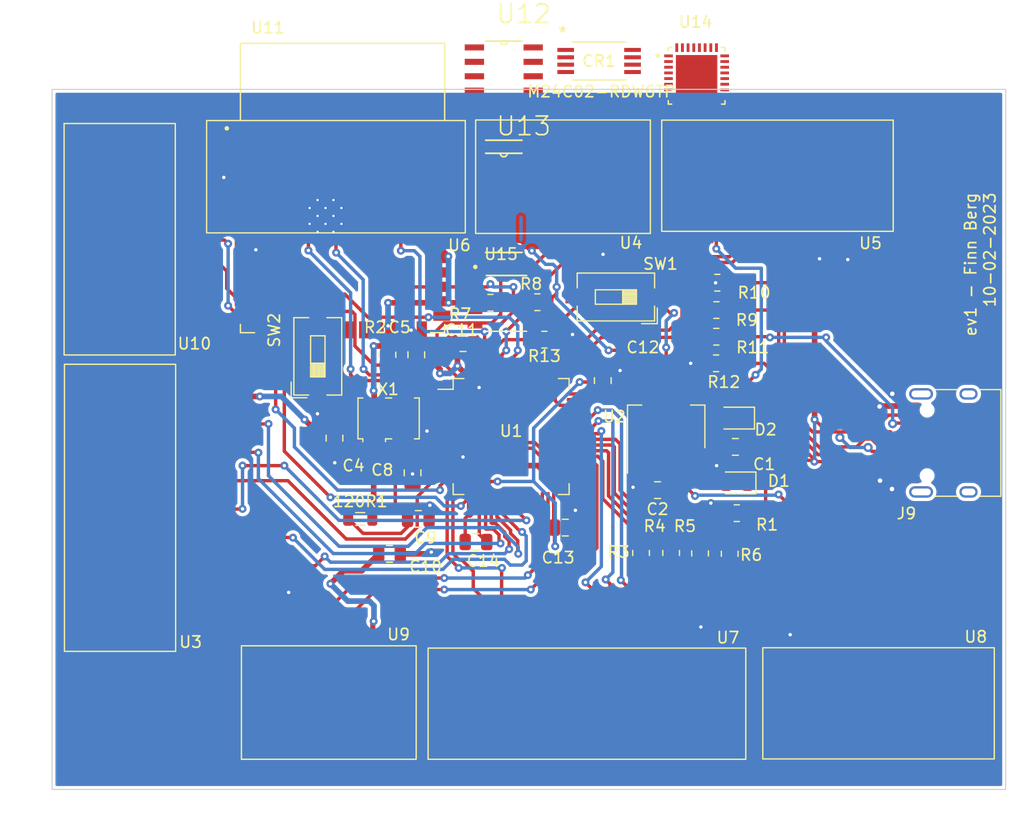
<source format=kicad_pcb>
(kicad_pcb (version 20211014) (generator pcbnew)
  (title_block (title "Finn Berg - ev1") (date "2023-02-08") (company "Cisco Systems"))
  (layers (0 "F.Cu" signal) (31 "B.Cu" power) (34 "B.Paste" user) (35 "F.Paste" user) (36 "B.SilkS" user "B.Silkscreen") (37 "F.SilkS" user "F.Silkscreen") (38 "B.Mask" user) (39 "F.Mask" user) (44 "Edge.Cuts" user))
  (net 0 "")
  (net 1 "+3.3VA")
  (net 2 "+3.3V")
  (net 3 "VBUS")
  (net 4 "GND")
  (net 5 "/RESET")
  (net 6 "Net-(D1-Pad1)")
  (net 7 "Net-(D2-Pad2)")
  (net 8 "/I2C_SCL")
  (net 9 "/I2C_SDA")
  (net 10 "/USART_3_RX")
  (net 11 "/USART_3_TX")
  (net 12 "/BB_ROW_2")
  (net 13 "/BB_ROW_3")
  (net 14 "/BB_ROW_4")
  (net 15 "/BB_ROW_5")
  (net 16 "/BB_ROW_6")
  (net 17 "/BB_ROW_7")
  (net 18 "/BB_ROW_8")
  (net 19 "/BB_COLS_2")
  (net 20 "/BB_COLS_3")
  (net 21 "/BB_COLS_4")
  (net 22 "/BB_COLS_5")
  (net 23 "/BB_COLS_6")
  (net 24 "/RST_PA6")
  (net 25 "/BL_PA4")
  (net 26 "/CS_PA1")
  (net 27 "/DC_PB0")
  (net 28 "/MOSI_SPI")
  (net 29 "/SCK_SPI")
  (net 30 "/SWD_CLK")
  (net 31 "/SWD_DIO")
  (net 32 "/IO_PC9")
  (net 33 "/IO_PC8")
  (net 34 "/IO_PC7")
  (net 35 "/IO_PC6")
  (net 36 "/USART2_RX")
  (net 37 "/USART2_TX")
  (net 38 "Net-(J9-PadA5)")
  (net 39 "Net-(J9-PadA6)")
  (net 40 "Net-(J9-PadA7)")
  (net 42 "Net-(J9-PadB5)")
  (net 45 "Net-(R3-Pad2)")
  (net 46 "Net-(R4-Pad2)")
  (net 47 "Net-(R5-Pad2)")
  (net 48 "Net-(R6-Pad2)")
  (net 49 "/BOOT0")
  (net 51 "/HSE_IN")
  (net 63 "/USB_D-")
  (net 64 "/USB_D+")
  (net 83 "Net-(U11-Pad1)")
  (footprint "1x4 pin download:1x6_connector" (layer "F.Cu") (at 123.43 68.21 -90)
    (fp_text reference "U10")
    (fp_text value "1x6_connector")
  )
  (footprint "1x4 pin download:1x7_connector" (layer "F.Cu") (at 146.29 72.55 180)
    (fp_text reference "U6")
    (fp_text value "1x7_connector")
  )
  (footprint "1x4 pin download:1x9_connector" (layer "F.Cu") (at 150.91 111.64)
    (fp_text reference "U7")
    (fp_text value "1x9_connector")
  )
  (footprint "Capacitor_SMD:C_0805_2012Metric" (layer "F.Cu") (at 151.13 101.092 180)
    (fp_text reference "C14")
    (fp_text value "100n")
  )
  (footprint "Resistor_SMD:R_0805_2012Metric" (layer "F.Cu") (at 174.117 98.552)
    (fp_text reference "R1")
    (fp_text value "150")
  )
  (footprint "Resistor_SMD:R_0805_2012Metric" (layer "F.Cu") (at 172.31 83)
    (fp_text reference "R11")
    (fp_text value "5k1")
  )
  (footprint "Capacitor_SMD:C_0805_2012Metric" (layer "F.Cu") (at 162.306 86.868 90)
    (fp_text reference "C12")
    (fp_text value "100n")
  )
  (footprint "Package_TO_SOT_SMD:SOT-223-3_TabPin2" (layer "F.Cu") (at 167.894 90.932 90)
    (fp_text reference "U2")
    (fp_text value "AMS1117-3.3")
  )
  (footprint "Diode_SMD:D_0805_2012Metric" (layer "F.Cu") (at 173.99 90.17 180)
    (fp_text reference "D2")
    (fp_text value "DIODE")
  )
  (footprint "1x4 pin download:1x4_connector" (layer "F.Cu") (at 162.5 72.5 180)
    (fp_text reference "U4")
    (fp_text value "1x4_connector")
  )
  (footprint "Capacitor_SMD:C_0805_2012Metric" (layer "F.Cu") (at 143.51 102.135)
    (fp_text reference "C10")
    (fp_text value "1u")
  )
  (footprint "Button_Switch_SMD:SW_DIP_SPSTx01_Slide_6.7x4.1mm_W6.73mm_P2.54mm_LowProfile_JPin" (layer "F.Cu") (at 137.19 84.73 90)
    (fp_text reference "SW2")
    (fp_text value "SW_Push")
  )
  (footprint "Resistor_SMD:R_0805_2012Metric" (layer "F.Cu") (at 172.4 78.24)
    (fp_text reference "R10")
    (fp_text value "15k")
  )
  (footprint "Resistor_SMD:R_0805_2012Metric" (layer "F.Cu") (at 170.88 102.1 90)
    (fp_text reference "R5")
    (fp_text value "2k2")
  )
  (footprint "Resistor_SMD:R_0805_2012Metric" (layer "F.Cu") (at 156.54 79.96 180)
    (fp_text reference "R8")
    (fp_text value "1k5")
  )
  (footprint "Resistor_SMD:R_0805_2012Metric" (layer "F.Cu") (at 173.49 102.13 90)
    (fp_text reference "R6")
    (fp_text value "2k2")
  )
  (footprint "Resistor_SMD:R_0805_2012Metric" (layer "F.Cu") (at 157.16 83.26 180)
    (fp_text reference "R13")
    (fp_text value "4k7")
  )
  (footprint "Connector_USB:USB_C_Receptacle_HRO_TYPE-C-31-M-12" (layer "F.Cu") (at 193.49 92.36 90)
    (fp_text reference "J9")
    (fp_text value "USB_C_Receptacle")
  )
  (footprint "LED_SMD:LED_0805_2012Metric" (layer "F.Cu") (at 174.117 95.885 180)
    (fp_text reference "D1")
    (fp_text value "LED")
  )
  (footprint "ESP32-S3-WROOM-1-N8R2:QFN50P500X500X90-33N" (layer "F.Cu") (at 170.575 60)
    (fp_text reference "U14")
    (fp_text value "WM8960CGEFL/RV")
  )
  (footprint "Button_Switch_SMD:SW_DIP_SPSTx01_Slide_6.7x4.1mm_W6.73mm_P2.54mm_LowProfile_JPin" (layer "F.Cu") (at 163.46 79.5 180)
    (fp_text reference "SW1")
    (fp_text value "SW_Push")
  )
  (footprint "ESP32-S3-WROOM-1-N8R2:SOIC127P600X175-14N" (layer "F.Cu") (at 153.5817 61.315)
    (fp_text reference "U12")
    (fp_text value "74HC4066D")
  )
  (footprint "Capacitor_SMD:C_0805_2012Metric" (layer "F.Cu") (at 149.987 83.566)
    (fp_text reference "C11")
    (fp_text value "100n")
  )
  (footprint "Inductor_SMD:L_0805_2012Metric" (layer "F.Cu") (at 140.93 99.06)
    (fp_text reference "120R1")
    (fp_text value "FerriteBead")
  )
  (footprint "Resistor_SMD:R_0805_2012Metric" (layer "F.Cu") (at 152.4 80.01)
    (fp_text reference "R7")
    (fp_text value "1k5")
  )
  (footprint "ESP32-S3-WROOM-1-N8R2:M24C02-RDW6TP" (layer "F.Cu") (at 161.982 58.6984)
    (fp_text reference "CR1")
    (fp_text value "M24C02-RDW6TP")
  )
  (footprint "Capacitor_SMD:C_0805_2012Metric" (layer "F.Cu") (at 159.004 99.822)
    (fp_text reference "C13")
    (fp_text value "100n")
  )
  (footprint "Resistor_SMD:R_0805_2012Metric" (layer "F.Cu") (at 143.33 84.59 90)
    (fp_text reference "R2")
    (fp_text value "4k7")
  )
  (footprint "1x4 pin download:1x4_connector" (layer "F.Cu") (at 134.46 111.64)
    (fp_text reference "U9")
    (fp_text value "1x4_connector")
  )
  (footprint "Package_QFP:LQFP-64_10x10mm_P0.5mm" (layer "F.Cu") (at 154.2288 91.7956)
    (fp_text reference "U1")
    (fp_text value "STM32F405RGTx")
  )
  (footprint "ESP32-S3-WROOM-1-N8R2:SOIC127P600X175-14N" (layer "F.Cu") (at 153.5817 71.205)
    (fp_text reference "U13")
    (fp_text value "74HC4066D")
  )
  (footprint "Capacitor_SMD:C_0805_2012Metric" (layer "F.Cu") (at 138.66 91.94 -90)
    (fp_text reference "C4")
    (fp_text value "100n")
  )
  (footprint "Resistor_SMD:R_0805_2012Metric" (layer "F.Cu") (at 172.32 80.65)
    (fp_text reference "R9")
    (fp_text value "15k")
  )
  (footprint "1x4 pin download:1X8_CONNECTOR" (layer "F.Cu") (at 123.46115 89.33 -90)
    (fp_text reference "U3")
    (fp_text value "1x8_connector")
  )
  (footprint "Resistor_SMD:R_0805_2012Metric" (layer "F.Cu") (at 168.33 102.06 90)
    (fp_text reference "R4")
    (fp_text value "2k2")
  )
  (footprint "Capacitor_SMD:C_0805_2012Metric" (layer "F.Cu") (at 146.05 99.06)
    (fp_text reference "C9")
    (fp_text value "1u")
  )
  (footprint "Capacitor_SMD:C_0805_2012Metric" (layer "F.Cu") (at 145.87 84.59 -90)
    (fp_text reference "C5")
    (fp_text value "100n")
  )
  (footprint "ESP32-S3-WROOM-1-N8R2:ESP32-S3-WROOM-1-N8R2" (layer "F.Cu") (at 139.37 69.895)
    (fp_text reference "U11")
    (fp_text value "ESP32-S3-WROOM-1-N8R2")
  )
  (footprint "Resistor_SMD:R_0805_2012Metric" (layer "F.Cu") (at 172.29 85.344)
    (fp_text reference "R12")
    (fp_text value "5k1")
  )
  (footprint "Capacitor_SMD:C_0805_2012Metric" (layer "F.Cu") (at 173.99 92.71 180)
    (fp_text reference "C1")
    (fp_text value "22u")
  )
  (footprint "Capacitor_SMD:C_0805_2012Metric" (layer "F.Cu") (at 145.542 94.996 -90)
    (fp_text reference "C8")
    (fp_text value "10n")
  )
  (footprint "1x4 pin download:1x6_connector" (layer "F.Cu") (at 183.9 72.51 180)
    (fp_text reference "U5")
    (fp_text value "1x6_connector")
  )
  (footprint "Capacitor_SMD:C_0805_2012Metric" (layer "F.Cu") (at 167.132 96.52 180)
    (fp_text reference "C2")
    (fp_text value "22u")
  )
  (footprint "Resistor_SMD:R_0805_2012Metric" (layer "F.Cu") (at 165.68 102.06 90)
    (fp_text reference "R3")
    (fp_text value "2k2")
  )
  (footprint "CH340C:SOIC127P600X180-16N" (layer "F.Cu") (at 153.82 82.605)
    (fp_text reference "U15")
    (fp_text value "CH340N")
  )
  (footprint "1x4 pin download:1x6_connector" (layer "F.Cu") (at 180.41 111.61)
    (fp_text reference "U8")
    (fp_text value "1x6_connector")
  )
  (footprint "Oscillator:Oscillator_SMD_SeikoEpson_SG8002LB-4Pin_5.0x3.2mm" (layer "F.Cu") (at 143.43 90.2)
    (fp_text reference "X1")
    (fp_text value "SG-5032CAN")
  )
  (gr_rect (start 113.77 61.199689) (end 197.81 122.9) (layer "Edge.Cuts") (width 0.1) (fill none))
  (gr_text "ev1 - Finn Berg " (at 194.73 76.25 90) (layer "F.SilkS") (effects (font (size 1 1))))
  (gr_text "10-02-2023" (at 196.42 75.34 90) (layer "F.SilkS") (effects (font (size 1 1))))
  (segment (start 141.1775 100.33) (end 139.9075 99.06) (width 0.3) (layer "F.Cu") (net 1))
  (segment (start 145.5424 94.0456) (end 145.542 94.046) (width 0.3) (layer "F.Cu") (net 1))
  (segment (start 144.526 100.33) (end 141.1775 100.33) (width 0.3) (layer "F.Cu") (net 1))
  (segment (start 144.272 93.98) (end 144.018 94.234) (width 0.3) (layer "F.Cu") (net 1))
  (segment (start 144.018 94.234) (end 144.018 97.978) (width 0.3) (layer "F.Cu") (net 1))
  (segment (start 148.5538 94.0456) (end 147.677759 94.0456) (width 0.3) (layer "F.Cu") (net 1))
  (segment (start 148.5538 94.0456) (end 145.5424 94.0456) (width 0.3) (layer "F.Cu") (net 1))
  (segment (start 145.1 99.756) (end 144.526 100.33) (width 0.3) (layer "F.Cu") (net 1))
  (segment (start 145.1 99.06) (end 145.1 99.756) (width 0.3) (layer "F.Cu") (net 1))
  (segment (start 144.018 97.978) (end 145.1 99.06) (width 0.3) (layer "F.Cu") (net 1))
  (segment (start 145.542 94.046) (end 145.476 93.98) (width 0.3) (layer "F.Cu") (net 1))
  (segment (start 145.476 93.98) (end 144.272 93.98) (width 0.3) (layer "F.Cu") (net 1))
  (segment (start 120.74 81.39) (end 124.11 81.39) (width 0.3) (layer "F.Cu") (net 2))
  (segment (start 167.894 94.082) (end 167.894 94.488) (width 0.3) (layer "F.Cu") (net 2))
  (segment (start 142.56 102.135) (end 141.063 103.632) (width 0.5) (layer "F.Cu") (net 2))
  (segment (start 158.242 79.1705) (end 157.4525 79.96) (width 0.3) (layer "F.Cu") (net 2))
  (segment (start 142.16 87.804) (end 142.113 87.757) (width 0.5) (layer "F.Cu") (net 2))
  (segment (start 151.4788 96.583834) (end 151.4788 97.4706) (width 0.3) (layer "F.Cu") (net 2))
  (segment (start 152.042028 96.162028) (end 151.900606 96.162028) (width 0.3) (layer "F.Cu") (net 2))
  (segment (start 151.4788 98.656306) (end 151.420053 98.715053) (width 0.3) (layer "F.Cu") (net 2))
  (segment (start 188.468 117.652) (end 188.468 121) (width 0.3) (layer "F.Cu") (net 2))
  (segment (start 132.08 88.265) (end 126.955 88.265) (width 0.5) (layer "F.Cu") (net 2))
  (segment (start 163.068 84.201) (end 162.814 84.201) (width 0.3) (layer "F.Cu") (net 2))
  (segment (start 142.113 121.433) (end 142.113 115.824) (width 0.3) (layer "F.Cu") (net 2))
  (segment (start 142.113 95.631) (end 142.113 98.9795) (width 0.5) (layer "F.Cu") (net 2))
  (segment (start 149.501675 84.030675) (end 149.037 83.566) (width 0.5) (layer "F.Cu") (net 2))
  (segment (start 126.88 88.19) (end 124.60115 88.19) (width 0.3) (layer "F.Cu") (net 2))
  (segment (start 143.1875 83.82) (end 143.33 83.6775) (width 0.5) (layer "F.Cu") (net 2))
  (segment (start 189.341 106.441) (end 187.34 106.441) (width 0.3) (layer "F.Cu") (net 2))
  (segment (start 155 74.36) (end 156.055 75.415) (width 0.5) (layer "F.Cu") (net 2))
  (segment (start 155 72.5) (end 155 74.36) (width 0.5) (layer "F.Cu") (net 2))
  (segment (start 173.0525 96.012) (end 169.824 96.012) (width 0.3) (layer "F.Cu") (net 2))
  (segment (start 172.31 75.2465) (end 172.31 73.42) (width 0.3) (layer "F.Cu") (net 2))
  (segment (start 148.717 80.01) (end 143.383 80.01) (width 0.5) (layer "F.Cu") (net 2))
  (segment (start 157.9788 99.7468) (end 158.054 99.822) (width 0.3) (layer "F.Cu") (net 2))
  (segment (start 151.900606 96.162028) (end 151.4788 96.583834) (width 0.3) (layer "F.Cu") (net 2))
  (segment (start 150.4788 86.1206) (end 150.4788 85.2008) (width 0.3) (layer "F.Cu") (net 2))
  (segment (start 160.274 86.995) (end 161.483 86.995) (width 0.3) (layer "F.Cu") (net 2))
  (segment (start 119.709 88.19) (end 126.88 88.19) (width 0.3) (layer "F.Cu") (net 2))
  (segment (start 147.82079 85.732211) (end 147.955 85.866421) (width 0.5) (layer "F.Cu") (net 2))
  (segment (start 158.054 99.822) (end 158.054 101.412) (width 0.3) (layer "F.Cu") (net 2))
  (segment (start 143.383 82.042) (end 143.383 83.6245) (width 0.5) (layer "F.Cu") (net 2))
  (segment (start 192.91 111.61) (end 192.91 113.21) (width 0.3) (layer "F.Cu") (net 2))
  (segment (start 136.398 92.964) (end 139.065 95.631) (width 0.5) (layer "F.Cu") (net 2))
  (segment (start 161.102 87.818) (end 162.306 87.818) (width 0.3) (layer "F.Cu") (net 2))
  (segment (start 167.894 94.488) (end 170.434 97.028) (width 0.3) (layer "F.Cu") (net 2))
  (segment (start 150.91 111.64) (end 150.91 120.938) (width 0.3) (layer "F.Cu") (net 2))
  (segment (start 143.383 83.6245) (end 143.33 83.6775) (width 0.5) (layer "F.Cu") (net 2))
  (segment (start 122.67 121.76) (end 123.09 122.18) (width 0.3) (layer "F.Cu") (net 2))
  (segment (start 169.824 96.012) (end 167.894 94.082) (width 0.3) (layer "F.Cu") (net 2))
  (segment (start 158.242 78.613) (end 158.242 79.1705) (width 0.3) (layer "F.Cu") (net 2))
  (segment (start 192.91 110.01) (end 189.341 106.441) (width 0.3) (layer "F.Cu") (net 2))
  (segment (start 188.468 121) (end 150.972 121) (width 0.3) (layer "F.Cu") (net 2))
  (segment (start 150.91 120.938) (end 150.972 121) (width 0.3) (layer "F.Cu") (net 2))
  (segment (start 122.67 109.68) (end 122.67 121.76) (width 0.3) (layer "F.Cu") (net 2))
  (segment (start 142.113 98.9795) (end 142.0325 99.06) (width 0.5) (layer "F.Cu") (net 2))
  (segment (start 142.113 108.077) (end 142.113 108.0145) (width 0.3) (layer "F.Cu") (net 2))
  (segment (start 124.11 81.39) (end 123.43 80.71) (width 0.3) (layer "F.Cu") (net 2))
  (segment (start 150.04695 86.1206) (end 150.3788 86.1206) (width 0.5) (layer "F.Cu") (net 2))
  (segment (start 120.87 109.2) (end 122.19 109.2) (width 0.3) (layer "F.Cu") (net 2))
  (segment (start 172.31 73.42) (end 171.4 72.51) (width 0.3) (layer "F.Cu") (net 2))
  (segment (start 192.91 111.61) (end 192.91 110.01) (width 0.3) (layer "F.Cu") (net 2))
  (segment (start 159.9038 88.0456) (end 160.8744 88.0456) (width 0.3) (layer "F.Cu") (net 2))
  (segment (start 147.955 85.866421) (end 147.955 86.233) (width 0.5) (layer "F.Cu") (net 2))
  (segment (start 136.71 90.99) (end 136.017 90.297) (width 0.5) (layer "F.Cu") (net 2))
  (segment (start 140.55 89.1) (end 142.16 89.1) (width 0.5) (layer "F.Cu") (net 2))
  (segment (start 151.420053 98.715053) (end 151.420053 100.432053) (width 0.3) (layer "F.Cu") (net 2))
  (segment (start 142.113 83.82) (end 143.1875 83.82) (width 0.5) (layer "F.Cu") (net 2))
  (segment (start 167.894 96.332) (end 168.082 96.52) (width 0.3) (layer "F.Cu") (net 2))
  (segment (start 138.118 90.99) (end 136.398 92.71) (width 0.5) (layer "F.Cu") (net 2))
  (segment (start 146.29 72.55) (end 146.29 73.52) (width 0.5) (layer "F.Cu") (net 2))
  (segment (start 158.054 101.412) (end 158.115 101.473) (width 0.3) (layer "F.Cu") (net 2))
  (segment (start 167.894 87.782) (end 174.346 87.782) (width 0.3) (layer "F.Cu") (net 2))
  (segment (start 116.27 107.38) (end 119.05 107.38) (width 0.3) (layer "F.Cu") (net 2))
  (segment (start 142.16 89.1) (end 142.16 87.804) (width 0.5) (layer "F.Cu") (net 2))
  (segment (start 135.757 122.18) (end 142.113 115.824) (width 0.3) (layer "F.Cu") (net 2))
  (segment (start 149.098 84.836) (end 148.971 84.709) (width 0.3) (layer "F.Cu") (net 2))
  (segment (start 119.709 88.19) (end 119.709 82.421) (width 0.3) (layer "F.Cu") (net 2))
  (segment (start 148.971 83.632) (end 149.037 83.566) (width 0.3) (layer "F.Cu") (net 2))
  (segment (start 151.4875 80.01) (end 148.717 80.01) (width 0.5) (layer "F.Cu") (net 2))
  (segment (start 146.678579 84.59) (end 147.82079 85.732211) (width 0.5) (layer "F.Cu") (net 2))
  (segment (start 139.065 95.631) (end 142.113 95.631) (width 0.5) (layer "F.Cu") (net 2))
  (segment (start 162.342 87.782) (end 162.306 87.818) (width 0.3) (layer "F.Cu") (net 2))
  (segment (start 148.971 84.709) (end 148.971 83.632) (width 0.3) (layer "F.Cu") (net 2))
  (segment (start 150.972 121) (end 150.372 121.6) (width 0.3) (layer "F.Cu") (net 2))
  (segment (start 143.33 83.6775) (end 144.2425 84.59) (width 0.5) (layer "F.Cu") (net 2))
  (segment (start 118.364 89.535) (end 119.709 88.19) (width 0.3) (layer "F.Cu") (net 2))
  (segment (start 144.2425 84.59) (end 146.678579 84.59) (width 0.5) (layer "F.Cu") (net 2))
  (segment (start 119.709 82.421) (end 120.74 81.39) (width 0.3) (layer "F.Cu") (net 2))
  (segment (start 167.894 87.782) (end 162.342 87.782) (width 0.3) (layer "F.Cu") (net 2))
  (segment (start 153.035 95.758) (end 152.446056 95.758) (width 0.3) (layer "F.Cu") (net 2))
  (segment (start 192.91 113.21) (end 188.468 117.652) (width 0.3) (layer "F.Cu") (net 2))
  (segment (start 138.66 90.99) (end 140.55 89.1) (width 0.5) (layer "F.Cu") (net 2))
  (segment (start 146.29 73.52) (end 148.69 75.92) (width 0.5) (layer "F.Cu") (net 2))
  (segment (start 142.28 121.6) (end 142.113 121.433) (width 0.3) (layer "F.Cu") (net 2))
  (segment (start 119.05 107.38) (end 120.87 109.2) (width 0.3) (layer "F.Cu") (net 2))
  (segment (start 160.8744 88.0456) (end 161.102 87.818) (width 0.3) (layer "F.Cu") (net 2))
  (segment (start 151.4788 97.4706) (end 151.4788 98.656306) (width 0.3) (layer "F.Cu") (net 2))
  (segment (start 167.894 87.782) (end 167.894 83.947) (width 0.3) (layer "F.Cu") (net 2))
  (segment (start 164.313 84.201) (end 163.068 84.201) (width 0.3) (layer "F.Cu") (net 2))
  (segment (start 150.4788 85.2008) (end 150.114 84.836) (width 0.3) (layer "F.Cu") (net 2))
  (segment (start 136.398 92.71) (end 136.398 92.964) (width 0.5) (layer "F.Cu") (net 2))
  (segment (start 177.8 96.901) (end 187.34 106.441) (width 0.3) (layer "F.Cu") (net 2))
  (segment (start 142.113 115.824) (end 142.113 108.077) (width 0.3) (layer "F.Cu") (net 2))
  (segment (start 174.346 87.782) (end 175.768 86.36) (width 0.3) (layer "F.Cu") (net 2))
  (segment (start 167.894 94.082) (end 167.894 96.332) (width 0.3) (layer "F.Cu") (net 2))
  (segment (start 149.501675 85.575325) (end 150.04695 86.1206) (width 0.5) (layer "F.Cu") (net 2))
  (segment (start 123.09 122.18) (end 135.757 122.18) (width 0.3) (layer "F.Cu") (net 2))
  (segment (start 150.114 84.836) (end 149.098 84.836) (width 0.3) (layer "F.Cu") (net 2))
  (segment (start 138.66 90.99) (end 136.71 90.99) (width 0.5) (layer "F.Cu") (net 2))
  (segment (start 138.66 90.99) (end 138.118 90.99) (width 0.5) (layer "F.Cu") (net 2))
  (segment (start 150.372 121.6) (end 142.28 121.6) (width 0.3) (layer "F.Cu") (net 2))
  (segment (start 118.364 89.535) (end 116.27 91.629) (width 0.3) (layer "F.Cu") (net 2))
  (segment (start 168.224 80.899) (end 166.825 79.5) (width 0.3) (layer "F.Cu") (net 2))
  (segment (start 161.483 86.995) (end 162.306 87.818) (width 0.3) (layer "F.Cu") (net 2))
  (segment (start 157.9788 97.4706) (end 157.9788 99.7468) (width 0.3) (layer "F.Cu") (net 2))
  (segment (start 149.501675 85.575325) (end 149.501675 84.030675) (width 0.5) (layer "F.Cu") (net 2))
  (segment (start 168.5915 80.899) (end 168.224 80.899) (width 0.3) (layer "F.Cu") (net 2))
  (segment (start 122.19 109.2) (end 122.67 109.68) (width 0.3) (layer "F.Cu") (net 2))
  (segment (start 139.446 103.632) (end 138.303 104.775) (width 0.5) (layer "F.Cu") (net 2))
  (segment (start 151.420053 100.432053) (end 152.08 101.092) (width 0.3) (layer "F.Cu") (net 2))
  (segment (start 124.60115 88.19) (end 123.46115 89.33) (width 0.3) (layer "F.Cu") (net 2))
  (segment (start 116.27 91.629) (end 116.27 107.38) (width 0.3) (layer "F.Cu") (net 2))
  (segment (start 141.96 108.1675) (end 141.96 111.64) (width 0.3) (layer "F.Cu") (net 2))
  (segment (start 142.113 108.0145) (end 141.96 108.1675) (width 0.3) (layer "F.Cu") (net 2))
  (segment (start 152.446056 95.758) (end 152.042028 96.162028) (width 0.3) (layer "F.Cu") (net 2))
  (segment (start 141.063 103.632) (end 139.446 103.632) (width 0.5) (layer "F.Cu") (net 2))
  (segment (start 167.894 94.082) (end 167.894 87.782) (width 0.3) (layer "F.Cu") (net 2))
  (segment (start 167.894 87.782) (end 164.313 84.201) (width 0.3) (layer "F.Cu") (net 2))
  (via (at 158.242 78.613) (size 0.7) (drill 0.3) (layers "F.Cu" "B.Cu") (net 2))
  (via (at 160.274 86.995) (size 0.7) (drill 0.3) (layers "F.Cu" "B.Cu") (net 2))
  (via (at 143.383 82.042) (size 0.7) (drill 0.3) (layers "F.Cu" "B.Cu") (net 2))
  (via (at 168.5915 80.899) (size 0.7) (drill 0.3) (layers "F.Cu" "B.Cu") (net 2))
  (via (at 177.8 96.901) (size 0.7) (drill 0.3) (layers "F.Cu" "B.Cu") (net 2))
  (via (at 149.501675 85.575325) (size 0.7) (drill 0.3) (layers "F.Cu" "B.Cu") (net 2))
  (via (at 142.113 108.077) (size 0.7) (drill 0.3) (layers "F.Cu" "B.Cu") (net 2))
  (via (at 148.717 80.01) (size 0.7) (drill 0.3) (layers "F.Cu" "B.Cu") (net 2))
  (via (at 167.894 83.947) (size 0.7) (drill 0.3) (layers "F.Cu" "B.Cu") (net 2))
  (via (at 158.115 101.473) (size 0.7) (drill 0.3) (layers "F.Cu" "B.Cu") (net 2))
  (via (at 148.69 75.92) (size 0.7) (drill 0.3) (layers "F.Cu" "B.Cu") (net 2))
  (via (at 142.113 87.757) (size 0.7) (drill 0.3) (layers "F.Cu" "B.Cu") (net 2))
  (via (at 138.303 104.775) (size 0.7) (drill 0.3) (layers "F.Cu" "B.Cu") (net 2))
  (via (at 132.08 88.265) (size 0.7) (drill 0.3) (layers "F.Cu" "B.Cu") (net 2))
  (via (at 175.768 86.36) (size 0.7) (drill 0.3) (layers "F.Cu" "B.Cu") (net 2))
  (via (at 147.955 86.233) (size 0.7) (drill 0.3) (layers "F.Cu" "B.Cu") (net 2))
  (via (at 142.113 83.82) (size 0.7) (drill 0.3) (layers "F.Cu" "B.Cu") (net 2))
  (via (at 170.434 97.028) (size 0.7) (drill 0.3) (layers "F.Cu" "B.Cu") (net 2))
  (via (at 156.055 75.415) (size 0.7) (drill 0.3) (layers "F.Cu" "B.Cu") (net 2))
  (via (at 162.814 84.201) (size 0.7) (drill 0.3) (layers "F.Cu" "B.Cu") (net 2))
  (via (at 143.383 80.01) (size 0.7) (drill 0.3) (layers "F.Cu" "B.Cu") (net 2))
  (via (at 172.31 75.2465) (size 0.7) (drill 0.3) (layers "F.Cu" "B.Cu") (net 2))
  (via (at 158.242 78.613) (size 0.7) (drill 0.3) (layers "F.Cu" "B.Cu") (net 2))
  (via (at 153.035 95.758) (size 0.7) (drill 0.3) (layers "F.Cu" "B.Cu") (net 2))
  (via (at 136.017 90.297) (size 0.7) (drill 0.3) (layers "F.Cu" "B.Cu") (net 2))
  (segment (start 176.276 85.852) (end 176.276 76.962) (width 0.3) (layer "B.Cu") (net 2))
  (segment (start 139.827 106.299) (end 141.732 106.299) (width 0.5) (layer "B.Cu") (net 2))
  (segment (start 170.434 97.028) (end 170.499 96.963) (width 0.3) (layer "B.Cu") (net 2))
  (segment (start 175.768 86.36) (end 176.276 85.852) (width 0.3) (layer "B.Cu") (net 2))
  (segment (start 167.894 81.5965) (end 168.5915 80.899) (width 0.3) (layer "B.Cu") (net 2))
  (segment (start 176.276 76.962) (end 174.4595 76.962) (width 0.3) (layer "B.Cu") (net 2))
  (segment (start 158.242 76.932) (end 157.93 76.62) (width 0.3) (layer "B.Cu") (net 2))
  (segment (start 148.717 75.947) (end 148.69 75.92) (width 0.5) (layer "B.Cu") (net 2))
  (segment (start 148.844 86.233) (end 149.501675 85.575325) (width 0.5) (layer "B.Cu") (net 2))
  (segment (start 155.1 74.46) (end 155.1 72.51) (width 0.3) (layer "B.Cu") (net 2))
  (segment (start 156.21 95.758) (end 153.035 95.758) (width 0.3) (layer "B.Cu") (net 2))
  (segment (start 133.985 88.265) (end 132.08 88.265) (width 0.5) (layer "B.Cu") (net 2))
  (segment (start 174.4595 76.962) (end 174.0255 76.962) (width 0.3) (layer "B.Cu") (net 2))
  (segment (start 142.14 107.9875) (end 142.14 108.02) (width 0.5) (layer "B.Cu") (net 2))
  (segment (start 142.113 87.757) (end 142.113 83.82) (width 0.5) (layer "B.Cu") (net 2))
  (segment (start 170.499 96.963) (end 177.738 96.963) (width 0.3) (layer "B.Cu") (net 2))
  (segment (start 147.955 86.233) (end 148.844 86.233) (width 0.5) (layer "B.Cu") (net 2))
  (segment (start 142.14 106.707) (end 142.14 107.9875) (width 0.5) (layer "B.Cu") (net 2))
  (segment (start 158.242 78.613) (end 158.242 76.932) (width 0.3) (layer "B.Cu") (net 2))
  (segment (start 158.115 101.473) (end 158.115 97.663) (width 0.3) (layer "B.Cu") (net 2))
  (segment (start 156.21 91.059) (end 160.274 86.995) (width 0.3) (layer "B.Cu") (net 2))
  (segment (start 162.814 84.201) (end 158.242 79.629) (width 0.3) (layer "B.Cu") (net 2))
  (segment (start 143.383 80.01) (end 143.383 82.042) (width 0.5) (layer "B.Cu") (net 2))
  (segment (start 142.14 108.02) (end 142.13 108.03) (width 0.5) (layer "B.Cu") (net 2))
  (segment (start 158.242 79.629) (end 158.242 78.613) (width 0.3) (layer "B.Cu") (net 2))
  (segment (start 158.115 97.663) (end 156.21 95.758) (width 0.3) (layer "B.Cu") (net 2))
  (segment (start 157.26 76.62) (end 156.055 75.415) (width 0.3) (layer "B.Cu") (net 2))
  (segment (start 177.738 96.963) (end 177.8 96.901) (width 0.3) (layer "B.Cu") (net 2))
  (segment (start 167.894 83.947) (end 167.894 81.5965) (width 0.3) (layer "B.Cu") (net 2))
  (segment (start 174.0255 76.962) (end 172.31 75.2465) (width 0.3) (layer "B.Cu") (net 2))
  (segment (start 141.732 106.299) (end 142.14 106.707) (width 0.5) (layer "B.Cu") (net 2))
  (segment (start 157.93 76.62) (end 157.26 76.62) (width 0.3) (layer "B.Cu") (net 2))
  (segment (start 156.21 95.758) (end 156.21 91.059) (width 0.3) (layer "B.Cu") (net 2))
  (segment (start 138.303 104.775) (end 139.827 106.299) (width 0.5) (layer "B.Cu") (net 2))
  (segment (start 136.017 90.297) (end 133.985 88.265) (width 0.5) (layer "B.Cu") (net 2))
  (segment (start 148.717 80.01) (end 148.717 75.947) (width 0.5) (layer "B.Cu") (net 2))
  (segment (start 189.68 74.734) (end 189.68 62.21) (width 0.5) (layer "F.Cu") (net 3))
  (segment (start 116.41 75.389) (end 119.911 78.89) (width 0.5) (layer "F.Cu") (net 3))
  (segment (start 189.68 62.21) (end 123.18 62.21) (width 0.5) (layer "F.Cu") (net 3))
  (segment (start 190.191556 94.81) (end 189.445 94.81) (width 0.3) (layer "F.Cu") (net 3))
  (segment (start 181.737 77.724) (end 186.69 77.724) (width 0.5) (layer "F.Cu") (net 3))
  (segment (start 180.975 78.486) (end 181.737 77.724) (width 0.5) (layer "F.Cu") (net 3))
  (segment (start 177.71 93.89) (end 176.53 92.71) (width 0.3) (layer "F.Cu") (net 3))
  (segment (start 180.949334 93.827334) (end 177.292 90.17) (width 0.3) (layer "F.Cu") (net 3))
  (segment (start 177.292 90.17) (end 174.9275 90.17) (width 0.3) (layer "F.Cu") (net 3))
  (segment (start 189.445 89.91) (end 190.191556 89.91) (width 0.3) (layer "F.Cu") (net 3))
  (segment (start 186.51 90.89) (end 187.49 89.91) (width 0.3) (layer "F.Cu") (net 3))
  (segment (start 186.69 77.724) (end 189.68 74.734) (width 0.5) (layer "F.Cu") (net 3))
  (segment (start 185 94.28) (end 188.2 94.28) (width 0.3) (layer "F.Cu") (net 3))
  (segment (start 190.191556 89.91) (end 191.97 91.688444) (width 0.3) (layer "F.Cu") (net 3))
  (segment (start 181.568 90.89) (end 186.51 90.89) (width 0.3) (layer "F.Cu") (net 3))
  (segment (start 119.911 78.89) (end 122.75 78.89) (width 0.5) (layer "F.Cu") (net 3))
  (segment (start 191.97 93.031556) (end 190.191556 94.81) (width 0.3) (layer "F.Cu") (net 3))
  (segment (start 180.829743 93.89) (end 180.949334 94.009591) (width 0.3) (layer "F.Cu") (net 3))
  (segment (start 123.18 62.21) (end 116.41 68.98) (width 0.5) (layer "F.Cu") (net 3))
  (segment (start 180.949334 94.009591) (end 184.729591 94.009591) (width 0.3) (layer "F.Cu") (net 3))
  (segment (start 116.41 68.98) (end 116.41 75.389) (width 0.5) (layer "F.Cu") (net 3))
  (segment (start 122.75 78.89) (end 123.43 78.21) (width 0.5) (layer "F.Cu") (net 3))
  (segment (start 180.949334 94.009591) (end 180.949334 93.827334) (width 0.3) (layer "F.Cu") (net 3))
  (segment (start 177.71 93.89) (end 180.829743 93.89) (width 0.3) (layer "F.Cu") (net 3))
  (segment (start 188.2 94.28) (end 188.71 94.79) (width 0.3) (layer "F.Cu") (net 3))
  (segment (start 184.729591 94.009591) (end 185 94.28) (width 0.3) (layer "F.Cu") (net 3))
  (segment (start 187.49 89.91) (end 189.445 89.91) (width 0.3) (layer "F.Cu") (net 3))
  (segment (start 180.975 90.297) (end 180.975 78.486) (width 0.5) (layer "F.Cu") (net 3))
  (segment (start 191.97 91.688444) (end 191.97 93.031556) (width 0.3) (layer "F.Cu") (net 3))
  (segment (start 180.975 90.297) (end 181.568 90.89) (width 0.3) (layer "F.Cu") (net 3))
  (segment (start 176.53 92.71) (end 174.94 92.71) (width 0.3) (layer "F.Cu") (net 3))
  (via (at 180.949334 94.009591) (size 0.7) (drill 0.3) (layers "F.Cu" "B.Cu") (net 3))
  (via (at 180.975 90.297) (size 0.7) (drill 0.3) (layers "F.Cu" "B.Cu") (net 3))
  (segment (start 180.975 93.983925) (end 180.975 90.297) (width 0.3) (layer "B.Cu") (net 3))
  (segment (start 180.949334 94.009591) (end 180.975 93.983925) (width 0.3) (layer "B.Cu") (net 3))
  (segment (start 171.3775 85.344) (end 170.053 85.344) (width 0.5) (layer "F.Cu") (net 4))
  (segment (start 138.66 92.89) (end 144.092 92.89) (width 0.3) (layer "F.Cu") (net 4))
  (segment (start 188.9 89.11) (end 187.82 88.03) (width 0.5) (layer "F.Cu") (net 4))
  (segment (start 181.4 76.12) (end 181.41 76.13) (width 0.25) (layer "F.Cu") (net 4))
  (segment (start 171.4875 80.57) (end 171.4075 80.65) (width 0.5) (layer "F.Cu") (net 4))
  (segment (start 149.9336 93.5456) (end 149.987 93.599) (width 0.3) (layer "F.Cu") (net 4))
  (segment (start 162.33 75.74) (end 162.56 75.51) (width 0.5) (layer "F.Cu") (net 4))
  (segment (start 134.64 105.557) (end 134.62 105.537) (width 0.5) (layer "F.Cu") (net 4))
  (segment (start 134.64 107.9875) (end 134.46 108.1675) (width 0.5) (layer "F.Cu") (net 4))
  (segment (start 172.72 98.552) (end 171.831 97.663) (width 0.5) (layer "F.Cu") (net 4))
  (segment (start 183.91 73.9125) (end 183.91 76.186) (width 0.5) (layer "F.Cu") (net 4))
  (segment (start 134.467 105.69) (end 134.62 105.537) (width 0.5) (layer "F.Cu") (net 4))
  (segment (start 137.19 88.095) (end 137.19 89.759) (width 0.5) (layer "F.Cu") (net 4))
  (segment (start 134.64 107.9875) (end 134.64 105.557) (width 0.5) (layer "F.Cu") (net 4))
  (segment (start 150.937 83.566) (end 151.191 83.312) (width 0.3) (layer "F.Cu") (net 4))
  (segment (start 128.834 68.89) (end 128.905 68.961) (width 0.5) (layer "F.Cu") (net 4))
  (segment (start 145.542 95.946) (end 145.542 95.0955) (width 0.5) (layer "F.Cu") (net 4))
  (segment (start 150.937 84.9454) (end 150.937 83.566) (width 0.3) (layer "F.Cu") (net 4))
  (segment (start 138.66 92.89) (end 138.66 94.083) (width 0.3) (layer "F.Cu") (net 4))
  (segment (start 124.35 70.71) (end 123.43 70.71) (width 0.5) (layer "F.Cu") (net 4))
  (segment (start 131.729 75.341) (end 131.29 74.902) (width 0.5) (layer "F.Cu") (net 4))
  (segment (start 156.591 94.361) (end 152.994528 94.361) (width 0.5) (layer "F.Cu") (net 4))
  (segment (start 123.43 68.21) (end 125.5525 68.21) (width 0.5) (layer "F.Cu") (net 4))
  (segment (start 150.368 98.806) (end 150.18 98.994) (width 0.3) (layer "F.Cu") (net 4))
  (segment (start 173.04 93.66) (end 172.339 94.361) (width 0.5) (layer "F.Cu") (net 4))
  (segment (start 144.78 92.202) (end 144.78 91.38) (width 0.3) (layer "F.Cu") (net 4))
  (segment (start 147.039 102.135) (end 147.193 101.981) (width 0.5) (layer "F.Cu") (net 4))
  (segment (start 147 99.06) (end 147 97.9205) (width 0.5) (layer "F.Cu") (net 4))
  (segment (start 165.594 95.645) (end 164.973 96.266) (width 0.5) (layer "F.Cu") (net 4))
  (segment (start 171.4875 78.24) (end 172.2405 78.24) (width 0.5) (layer "F.Cu") (net 4))
  (segment (start 181.41 73.9125) (end 183.91 73.9125) (width 0.5) (layer "F.Cu") (net 4))
  (segment (start 147 97.9205) (end 147.066 97.8545) (width 0.5) (layer "F.Cu") (net 4))
  (segment (start 171.3975 85.324) (end 171.3775 85.344) (width 0.5) (layer "F.Cu") (net 4))
  (segment (start 145.87 82.878) (end 145.415 82.423) (width 0.5) (layer "F.Cu") (net 4))
  (segment (start 181.4 72.51) (end 181.4 76.12) (width 0.25) (layer "F.Cu") (net 4))
  (segment (start 181.4 72.51) (end 183.9 72.51) (width 0.25) (layer "F.Cu") (net 4))
  (segment (start 148.5538 93.5456) (end 149.9336 93.5456) (width 0.3) (layer "F.Cu") (net 4))
  (segment (start 171.4075 80.65) (end 171.4075 82.99) (width 0.5) (layer "F.Cu") (net 4))
  (segment (start 170.91 111.64) (end 170.91 108.62) (width 0.5) (layer "F.Cu") (net 4))
  (segment (start 159.893 98.298) (end 159.893 97.663) (width 0.5) (layer "F.Cu") (net 4))
  (segment (start 138.66 94.083) (end 138.684 94.107) (width 0.3) (layer "F.Cu") (net 4))
  (segment (start 165.594 94.082) (end 165.594 95.645) (width 0.5) (layer "F.Cu") (net 4))
  (segment (start 150.9788 86.1206) (end 150.9788 87.05245) (width 0.3) (layer "F.Cu") (net 4))
  (segment (start 150.9788 86.1206) (end 150.9788 84.9872) (width 0.3) (layer "F.Cu") (net 4))
  (segment (start 186.74 95.68) (end 189.375 95.68) (width 0.5) (layer "F.Cu") (net 4))
  (segment (start 171.4875 78.24) (end 171.4875 80.57) (width 0.5) (layer "F.Cu") (net 4))
  (segment (start 188.6 95.61) (end 187.79 96.42) (width 0.5) (layer "F.Cu") (net 4))
  (segment (start 186.74 89.11) (end 186.7 89.15) (width 0.5) (layer "F.Cu") (net 4))
  (segment (start 165.227 96.52) (end 164.973 96.266) (width 0.5) (layer "F.Cu") (net 4))
  (segment (start 189.445 89.11) (end 186.74 89.11) (width 0.5) (layer "F.Cu") (net 4))
  (segment (start 150.9788 97.4706) (end 150.9788 96.376728) (width 0.3) (layer "F.Cu") (net 4))
  (segment (start 150.622 98.806) (end 150.368 98.806) (width 0.3) (layer "F.Cu") (net 4))
  (segment (start 178.82 110.02) (end 180.41 111.61) (width 0.5) (layer "F.Cu") (net 4))
  (segment (start 173.2045 98.552) (end 172.72 98.552) (width 0.5) (layer "F.Cu") (net 4))
  (segment (start 150.9788 98.4492) (end 150.622 98.806) (width 0.3) (layer "F.Cu") (net 4))
  (segment (start 126.88 105.69) (end 134.467 105.69) (width 0.5) (layer "F.Cu") (net 4))
  (segment (start 134.46 108.1675) (end 134.46 111.64) (width 0.5) (layer "F.Cu") (net 4))
  (segment (start 150.9788 87.05245) (end 151.406675 87.480325) (width 0.3) (layer "F.Cu") (net 4))
  (segment (start 189.375 95.68) (end 189.445 95.61) (width 0.5) (layer "F.Cu") (net 4))
  (segment (start 166.182 96.52) (end 165.227 96.52) (width 0.5) (layer "F.Cu") (net 4))
  (segment (start 159.893 97.663) (end 156.591 94.361) (width 0.5) (layer "F.Cu") (net 4))
  (segment (start 171.3975 83) (end 171.3975 85.324) (width 0.5) (layer "F.Cu") (net 4))
  (segment (start 144.7 91.3) (end 146.799 91.3) (width 0.3) (layer "F.Cu") (net 4))
  (segment (start 125.74 106.83) (end 123.46115 106.83) (width 0.5) (layer "F.Cu") (net 4))
  (segment (start 170.91 108.62) (end 170.95 108.58) (width 0.5) (layer "F.Cu") (net 4))
  (segment (start 145.87 83.64) (end 145.87 82.878) (width 0.5) (layer "F.Cu") (net 4))
  (segment (start 159.183 83.26) (end 159.639 82.804) (width 0.5) (layer "F.Cu") (net 4))
  (segment (start 144.46 102.135) (end 147.039 102.135) (width 0.5) (layer "F.Cu") (net 4))
  (segment (start 162.56 75.51) (end 162.56 72.56) (width 0.5) (layer "F.Cu") (net 4))
  (segment (start 125.5525 68.21) (end 126.2325 68.89) (width 0.5) (layer "F.Cu") (net 4))
  (segment (start 162.306 85.918) (end 163.769 85.918) (width 0.5) (layer "F.Cu") (net 4))
  (segment (start 173.04 92.71) (end 173.04 93.66) (width 0.5) (layer "F.Cu") (net 4))
  (segment (start 159.954 99.822) (end 159.954 98.359) (width 0.5) (layer "F.Cu") (net 4))
  (segment (start 144.78 91.38) (end 144.7 91.3) (width 0.3) (layer "F.Cu") (net 4))
  (segment (start 189.445 89.11) (end 188.9 89.11) (width 0.5) (layer "F.Cu") (net 4))
  (segment (start 158.0725 83.26) (end 159.183 83.26) (width 0.5) (layer "F.Cu") (net 4))
  (segment (start 146.799 91.3) (end 146.812 91.313) (width 0.3) (layer "F.Cu") (net 4))
  (segment (start 163.769 85.918) (end 163.83 85.979) (width 0.5) (layer "F.Cu") (net 4))
  (segment (start 131.29 74.902) (end 131.29 72.55) (width 0.5) (layer "F.Cu") (net 4))
  (segment (start 189.445 95.61) (end 188.6 95.61) (width 0.5) (layer "F.Cu") (net 4))
  (segment (start 137.19 89.759) (end 137.16 89.789) (width 0.5) (layer "F.Cu") (net 4))
  (segment (start 150.9788 84.9872) (end 150.937 84.9454) (width 0.3) (layer "F.Cu") (net 4))
  (segment (start 172.2405 78.24) (end 172.2505 78.25) (width 0.5) (layer "F.Cu") (net 4))
  (segment (start 150.9788 96.376728) (end 152.994528 94.361) (width 0.3) (layer "F.Cu") (net 4))
  (segment (start 171.4075 82.99) (end 171.3975 83) (width 0.5) (layer "F.Cu") (net 4))
  (segment (start 178.82 109.26) (end 178.82 110.02) (width 0.5) (layer "F.Cu") (net 4))
  (segment (start 126.88 105.69) (end 125.74 106.83) (width 0.5) (layer "F.Cu") (net 4))
  (segment (start 159.954 98.359) (end 159.893 98.298) (width 0.5) (layer "F.Cu") (net 4))
  (segment (start 126.2325 68.89) (end 128.834 68.89) (width 0.5) (layer "F.Cu") (net 4))
  (segment (start 150.9788 97.4706) (end 150.9788 98.4492) (width 0.3) (layer "F.Cu") (net 4))
  (segment (start 162.56 72.56) (end 162.5 72.5) (width 0.5) (layer "F.Cu") (net 4))
  (segment (start 144.092 92.89) (end 144.78 92.202) (width 0.3) (layer "F.Cu") (net 4))
  (segment (start 183.91 76.186) (end 183.896 76.2) (width 0.5) (layer "F.Cu") (net 4))
  (segment (start 126.2325 68.89) (end 126.2325 68.8275) (width 0.5) (layer "F.Cu") (net 4))
  (segment (start 150.18 98.994) (end 150.18 101.092) (width 0.3) (layer "F.Cu") (net 4))
  (segment (start 126.2325 68.8275) (end 124.35 70.71) (width 0.5) (layer "F.Cu") (net 4))
  (via (at 145.542 95.0955) (size 0.7) (drill 0.3) (layers "F.Cu" "B.Cu") (net 4))
  (via (at 186.74 95.68) (size 0.8) (drill 0.4) (layers "F.Cu" "B.Cu") (net 4))
  (via (at 146.812 91.313) (size 0.7) (drill 0.3) (layers "F.Cu" "B.Cu") (net 4))
  (via (at 147.066 97.8545) (size 0.7) (drill 0.3) (layers "F.Cu" "B.Cu") (net 4))
  (via (at 172.2505 78.25) (size 0.7) (drill 0.3) (layers "F.Cu" "B.Cu") (net 4))
  (via (at 181.41 76.13) (size 0.7) (drill 0.3) (layers "F.Cu" "B.Cu") (net 4))
  (via (at 159.893 98.298) (size 0.7) (drill 0.3) (layers "F.Cu" "B.Cu") (net 4))
  (via (at 178.82 109.26) (size 0.7) (drill 0.3) (layers "F.Cu" "B.Cu") (net 4))
  (via (at 186.7 89.15) (size 0.8) (drill 0.4) (layers "F.Cu" "B.Cu") (net 4))
  (via (at 187.82 88.03) (size 0.8) (drill 0.4) (layers "F.Cu" "B.Cu") (net 4))
  (via (at 162.33 75.74) (size 0.7) (drill 0.3) (layers "F.Cu" "B.Cu") (net 4))
  (via (at 147.193 101.981) (size 0.7) (drill 0.3) (layers "F.Cu" "B.Cu") (net 4))
  (via (at 138.684 94.107) (size 0.7) (drill 0.3) (layers "F.Cu" "B.Cu") (net 4))
  (via (at 137.16 89.789) (size 0.7) (drill 0.3) (layers "F.Cu" "B.Cu") (net 4))
  (via (at 164.973 96.266) (size 0.7) (drill 0.3) (layers "F.Cu" "B.Cu") (net 4))
  (via (at 172.339 94.361) (size 0.7) (drill 0.3) (layers "F.Cu" "B.Cu") (net 4))
  (via (at 145.415 82.423) (size 0.7) (drill 0.3) (layers "F.Cu" "B.Cu") (net 4))
  (via (at 128.905 68.961) (size 0.7) (drill 0.3) (layers "F.Cu" "B.Cu") (net 4))
  (via (at 170.053 85.344) (size 0.7) (drill 0.3) (layers "F.Cu" "B.Cu") (net 4))
  (via (at 187.79 96.42) (size 0.8) (drill 0.4) (layers "F.Cu" "B.Cu") (net 4))
  (via (at 131.729 75.341) (size 0.7) (drill 0.3) (layers "F.Cu" "B.Cu") (net 4))
  (via (at 183.896 76.2) (size 0.7) (drill 0.3) (layers "F.Cu" "B.Cu") (net 4))
  (via (at 171.831 97.663) (size 0.7) (drill 0.3) (layers "F.Cu" "B.Cu") (net 4))
  (via (at 134.62 105.537) (size 0.7) (drill 0.3) (layers "F.Cu" "B.Cu") (net 4))
  (via (at 159.639 82.804) (size 0.7) (drill 0.3) (layers "F.Cu" "B.Cu") (net 4))
  (via (at 151.406675 87.480325) (size 0.7) (drill 0.3) (layers "F.Cu" "B.Cu") (net 4))
  (via (at 163.83 85.979) (size 0.7) (drill 0.3) (layers "F.Cu" "B.Cu") (net 4))
  (via (at 149.987 93.599) (size 0.7) (drill 0.3) (layers "F.Cu" "B.Cu") (net 4))
  (via (at 170.95 108.58) (size 0.7) (drill 0.3) (layers "F.Cu" "B.Cu") (net 4))
  (segment (start 186.7 95.64) (end 186.74 95.68) (width 0.5) (layer "B.Cu") (net 4))
  (segment (start 186.7 89.15) (end 186.7 95.64) (width 0.5) (layer "B.Cu") (net 4))
  (segment (start 143.3675 85.54) (end 143.33 85.5025) (width 0.3) (layer "F.Cu") (net 5))
  (segment (start 143.33 85.5025) (end 142.1445 85.5025) (width 0.3) (layer "F.Cu") (net 5))
  (segment (start 140.462 83.82) (end 140.462 81.026) (width 0.3) (layer "F.Cu") (net 5))
  (segment (start 132.429 64.294) (end 133.723 63) (width 0.3) (layer "F.Cu") (net 5))
  (segment (start 146.011359 85.54) (end 145.87 85.54) (width 0.3) (layer "F.Cu") (net 5))
  (segment (start 140.462 81.026) (end 140.208 80.772) (width 0.3) (layer "F.Cu") (net 5))
  (segment (start 188.99 74.535) (end 186.436 77.089) (width 0.3) (layer "F.Cu") (net 5))
  (segment (start 147.847359 87.376) (end 146.011359 85.54) (width 0.3) (layer "F.Cu") (net 5))
  (segment (start 137.783 80.772) (end 137.19 81.365) (width 0.3) (layer "F.Cu") (net 5))
  (segment (start 137.19 81.365) (end 135.255 79.43) (width 0.3) (layer "F.Cu") (net 5))
  (segment (start 148.5538 91.0456) (end 149.4924 91.0456) (width 0.3) (layer "F.Cu") (net 5))
  (segment (start 188.99 63) (end 188.99 74.535) (width 0.3) (layer "F.Cu") (net 5))
  (segment (start 149.606 87.376) (end 147.847359 87.376) (width 0.3) (layer "F.Cu") (net 5))
  (segment (start 135.255 79.43) (end 135.255 78.975) (width 0.3) (layer "F.Cu") (net 5))
  (segment (start 135.255 78.975) (end 132.429 76.149) (width 0.3) (layer "F.Cu") (net 5))
  (segment (start 145.87 85.54) (end 143.3675 85.54) (width 0.3) (layer "F.Cu") (net 5))
  (segment (start 186.436 77.089) (end 179.832 77.089) (width 0.3) (layer "F.Cu") (net 5))
  (segment (start 179.832 77.089) (end 178.91 76.167) (width 0.3) (layer "F.Cu") (net 5))
  (segment (start 149.86 90.678) (end 149.86 87.63) (width 0.3) (layer "F.Cu") (net 5))
  (segment (start 178.91 76.167) (end 178.91 73.9125) (width 0.3) (layer "F.Cu") (net 5))
  (segment (start 140.208 80.772) (end 137.783 80.772) (width 0.3) (layer "F.Cu") (net 5))
  (segment (start 149.4924 91.0456) (end 149.86 90.678) (width 0.3) (layer "F.Cu") (net 5))
  (segment (start 142.1445 85.5025) (end 140.462 83.82) (width 0.3) (layer "F.Cu") (net 5))
  (segment (start 133.723 63) (end 188.99 63) (width 0.3) (layer "F.Cu") (net 5))
  (segment (start 132.429 76.149) (end 132.429 64.294) (width 0.3) (layer "F.Cu") (net 5))
  (segment (start 149.86 87.63) (end 149.606 87.376) (width 0.3) (layer "F.Cu") (net 5))
  (segment (start 176.657 96.393) (end 176.657 98.171) (width 0.3) (layer "F.Cu") (net 6))
  (segment (start 175.1565 98.679) (end 175.0295 98.552) (width 0.3) (layer "F.Cu") (net 6))
  (segment (start 176.149 98.679) (end 175.1565 98.679) (width 0.3) (layer "F.Cu") (net 6))
  (segment (start 176.276 96.012) (end 176.657 96.393) (width 0.3) (layer "F.Cu") (net 6))
  (segment (start 176.657 98.171) (end 176.149 98.679) (width 0.3) (layer "F.Cu") (net 6))
  (segment (start 175.0545 96.012) (end 176.276 96.012) (width 0.3) (layer "F.Cu") (net 6))
  (segment (start 170.194 93.0285) (end 173.0525 90.17) (width 0.3) (layer "F.Cu") (net 7))
  (segment (start 170.194 94.082) (end 170.194 93.0285) (width 0.3) (layer "F.Cu") (net 7))
  (segment (start 153.4788 85.244559) (end 153.416 85.181759) (width 0.3) (layer "F.Cu") (net 8))
  (segment (start 153.416 84.582) (end 153.797 84.201) (width 0.3) (layer "F.Cu") (net 8))
  (segment (start 155.6275 80.7195) (end 155.6275 79.96) (width 0.3) (layer "F.Cu") (net 8))
  (segment (start 153.4788 86.1206) (end 153.4788 85.244559) (width 0.3) (layer "F.Cu") (net 8))
  (segment (start 153.797 82.55) (end 155.6275 80.7195) (width 0.3) (layer "F.Cu") (net 8))
  (segment (start 160 72.5) (end 160 75.2975) (width 0.3) (layer "F.Cu") (net 8))
  (segment (start 155.6275 79.67) (end 155.6275 79.96) (width 0.3) (layer "F.Cu") (net 8))
  (segment (start 160 75.2975) (end 155.6275 79.67) (width 0.3) (layer "F.Cu") (net 8))
  (segment (start 153.416 85.181759) (end 153.416 84.582) (width 0.3) (layer "F.Cu") (net 8))
  (via (at 153.797 82.55) (size 0.7) (drill 0.3) (layers "F.Cu" "B.Cu") (net 8))
  (via (at 153.797 84.201) (size 0.7) (drill 0.3) (layers "F.Cu" "B.Cu") (net 8))
  (segment (start 153.797 84.201) (end 153.797 82.55) (width 0.3) (layer "B.Cu") (net 8))
  (segment (start 153.3125 77.7005) (end 153.3125 80.01) (width 0.3) (layer "F.Cu") (net 9))
  (segment (start 153.416 77.597) (end 153.3125 77.7005) (width 0.3) (layer "F.Cu") (net 9))
  (segment (start 148.336 81.788) (end 152.527 81.788) (width 0.3) (layer "F.Cu") (net 9))
  (segment (start 151.710441 88.265) (end 151.202107 88.265) (width 0.3) (layer "F.Cu") (net 9))
  (segment (start 152.9788 86.1206) (end 152.9788 86.996641) (width 0.3) (layer "F.Cu") (net 9))
  (segment (start 157.5 72.5) (end 157.5 75.47) (width 0.3) (layer "F.Cu") (net 9))
  (segment (start 157.5 75.47) (end 155.373 77.597) (width 0.3) (layer "F.Cu") (net 9))
  (segment (start 152.9788 86.996641) (end 151.710441 88.265) (width 0.3) (layer "F.Cu") (net 9))
  (segment (start 147.701 84.763893) (end 147.701 82.423) (width 0.3) (layer "F.Cu") (net 9))
  (segment (start 147.701 82.423) (end 148.336 81.788) (width 0.3) (layer "F.Cu") (net 9))
  (segment (start 155.373 77.597) (end 153.416 77.597) (width 0.3) (layer "F.Cu") (net 9))
  (segment (start 151.202107 88.265) (end 147.701 84.763893) (width 0.3) (layer "F.Cu") (net 9))
  (segment (start 152.527 81.788) (end 153.3125 81.0025) (width 0.3) (layer "F.Cu") (net 9))
  (segment (start 153.3125 81.0025) (end 153.3125 80.01) (width 0.3) (layer "F.Cu") (net 9))
  (segment (start 156.9788 97.4706) (end 156.9788 104.2602) (width 0.3) (layer "F.Cu") (net 10))
  (segment (start 148.336 105.283) (end 142.3445 105.283) (width 0.3) (layer "F.Cu") (net 10))
  (segment (start 142.3445 105.283) (end 139.46 108.1675) (width 0.3) (layer "F.Cu") (net 10))
  (segment (start 139.46 108.1675) (end 139.46 111.64) (width 0.3) (layer "F.Cu") (net 10))
  (segment (start 156.9788 104.2602) (end 155.956 105.283) (width 0.3) (layer "F.Cu") (net 10))
  (via (at 155.956 105.283) (size 0.7) (drill 0.3) (layers "F.Cu" "B.Cu") (net 10))
  (via (at 148.336 105.283) (size 0.7) (drill 0.3) (layers "F.Cu" "B.Cu") (net 10))
  (segment (start 155.956 105.283) (end 156.083 105.283) (width 0.3) (layer "B.Cu") (net 10))
  (segment (start 148.336 105.283) (end 155.956 105.283) (width 0.3) (layer "B.Cu") (net 10))
  (segment (start 156.4788 97.4706) (end 156.4788 103.2362) (width 0.3) (layer "F.Cu") (net 11))
  (segment (start 136.96 108.1675) (end 136.96 111.64) (width 0.3) (layer "F.Cu") (net 11))
  (segment (start 156.4788 103.2362) (end 155.702 104.013) (width 0.3) (layer "F.Cu") (net 11))
  (segment (start 148.336 104.267) (end 140.8605 104.267) (width 0.3) (layer "F.Cu") (net 11))
  (segment (start 140.8605 104.267) (end 136.96 108.1675) (width 0.3) (layer "F.Cu") (net 11))
  (via (at 155.702 104.013) (size 0.7) (drill 0.3) (layers "F.Cu" "B.Cu") (net 11))
  (via (at 148.336 104.267) (size 0.7) (drill 0.3) (layers "F.Cu" "B.Cu") (net 11))
  (segment (start 148.336 104.267) (end 155.448 104.267) (width 0.3) (layer "B.Cu") (net 11))
  (segment (start 155.448 104.267) (end 155.702 104.013) (width 0.3) (layer "B.Cu") (net 11))
  (segment (start 159.9038 95.5456) (end 158.820653 95.5456) (width 0.3) (layer "F.Cu") (net 12))
  (segment (start 149.89595 102.678) (end 150.89 103.67205) (width 0.3) (layer "F.Cu") (net 12))
  (segment (start 149.098 102.108) (end 149.668 102.678) (width 0.3) (layer "F.Cu") (net 12))
  (segment (start 156.104053 92.829) (end 153.678 92.829) (width 0.3) (layer "F.Cu") (net 12))
  (segment (start 150.89 105.18) (end 153.41 107.7) (width 0.3) (layer "F.Cu") (net 12))
  (segment (start 149.098 97.409) (end 149.098 102.108) (width 0.3) (layer "F.Cu") (net 12))
  (segment (start 153.678 92.829) (end 149.098 97.409) (width 0.3) (layer "F.Cu") (net 12))
  (segment (start 153.41 107.7) (end 153.41 111.64) (width 0.3) (layer "F.Cu") (net 12))
  (segment (start 158.820653 95.5456) (end 156.104053 92.829) (width 0.3) (layer "F.Cu") (net 12))
  (segment (start 149.668 102.678) (end 149.89595 102.678) (width 0.3) (layer "F.Cu") (net 12))
  (segment (start 150.89 103.67205) (end 150.89 105.18) (width 0.3) (layer "F.Cu") (net 12))
  (segment (start 153.39 106.3) (end 155.91 108.82) (width 0.3) (layer "F.Cu") (net 13))
  (segment (start 148.59 102.362) (end 149.606 103.378) (width 0.3) (layer "F.Cu") (net 13))
  (segment (start 159.9038 95.0456) (end 159.027759 95.0456) (width 0.3) (layer "F.Cu") (net 13))
  (segment (start 159.027759 95.0456) (end 156.311159 92.329) (width 0.3) (layer "F.Cu") (net 13))
  (segment (start 156.311159 92.329) (end 153.470893 92.329) (width 0.3) (layer "F.Cu") (net 13))
  (segment (start 155.91 108.82) (end 155.91 111.64) (width 0.3) (layer "F.Cu") (net 13))
  (segment (start 153.416 103.378) (end 153.39 103.404) (width 0.3) (layer "F.Cu") (net 13))
  (segment (start 153.39 103.404) (end 153.39 106.3) (width 0.3) (layer "F.Cu") (net 13))
  (segment (start 148.59 97.209893) (end 148.59 102.362) (width 0.3) (layer "F.Cu") (net 13))
  (segment (start 153.470893 92.329) (end 148.59 97.209893) (width 0.3) (layer "F.Cu") (net 13))
  (via (at 153.416 103.378) (size 0.7) (drill 0.3) (layers "F.Cu" "B.Cu") (net 13))
  (via (at 149.606 103.378) (size 0.7) (drill 0.3) (layers "F.Cu" "B.Cu") (net 13))
  (segment (start 149.606 103.378) (end 153.416 103.378) (width 0.3) (layer "B.Cu") (net 13))
  (segment (start 156.87 107.95) (end 158.25 107.95) (width 0.3) (layer "F.Cu") (net 14))
  (segment (start 159.9038 94.5456) (end 160.9666 94.5456) (width 0.3) (layer "F.Cu") (net 14))
  (segment (start 158.25 107.95) (end 158.41 108.11) (width 0.3) (layer "F.Cu") (net 14))
  (segment (start 155.89 106.619) (end 155.89 106.97) (width 0.3) (layer "F.Cu") (net 14))
  (segment (start 161.29 101.219) (end 155.89 106.619) (width 0.3) (layer "F.Cu") (net 14))
  (segment (start 155.89 106.97) (end 156.87 107.95) (width 0.3) (layer "F.Cu") (net 14))
  (segment (start 160.9666 94.5456) (end 161.29 94.869) (width 0.3) (layer "F.Cu") (net 14))
  (segment (start 158.41 108.11) (end 158.41 111.64) (width 0.3) (layer "F.Cu") (net 14))
  (segment (start 161.29 94.869) (end 161.29 101.219) (width 0.3) (layer "F.Cu") (net 14))
  (segment (start 158.02 106.5) (end 159.12 107.6) (width 0.3) (layer "F.Cu") (net 15))
  (segment (start 158.02 105.42) (end 158.02 106.5) (width 0.3) (layer "F.Cu") (net 15))
  (segment (start 161.4826 94.0456) (end 161.79 94.353) (width 0.3) (layer "F.Cu") (net 15))
  (segment (start 160.91 107.61) (end 160.91 111.64) (width 0.3) (layer "F.Cu") (net 15))
  (segment (start 158.369 105.029) (end 158.39 105.05) (width 0.3) (layer "F.Cu") (net 15))
  (segment (start 161.79 94.353) (end 161.79 101.608) (width 0.3) (layer "F.Cu") (net 15))
  (segment (start 160.9 107.6) (end 160.91 107.61) (width 0.3) (layer "F.Cu") (net 15))
  (segment (start 158.39 105.05) (end 158.02 105.42) (width 0.3) (layer "F.Cu") (net 15))
  (segment (start 159.12 107.6) (end 160.9 107.6) (width 0.3) (layer "F.Cu") (net 15))
  (segment (start 161.79 101.608) (end 158.369 105.029) (width 0.3) (layer "F.Cu") (net 15))
  (segment (start 159.9038 94.0456) (end 161.4826 94.0456) (width 0.3) (layer "F.Cu") (net 15))
  (segment (start 160.782 104.648) (end 162.33 106.196) (width 0.3) (layer "F.Cu") (net 16))
  (segment (start 162.74 108.76) (end 163.25 108.76) (width 0.3) (layer "F.Cu") (net 16))
  (segment (start 161.9464 91.5456) (end 162.179 91.313) (width 0.3) (layer "F.Cu") (net 16))
  (segment (start 159.9038 91.5456) (end 161.9464 91.5456) (width 0.3) (layer "F.Cu") (net 16))
  (segment (start 163.25 108.76) (end 163.41 108.92) (width 0.3) (layer "F.Cu") (net 16))
  (segment (start 162.33 108.35) (end 162.74 108.76) (width 0.3) (layer "F.Cu") (net 16))
  (segment (start 163.41 108.92) (end 163.41 111.64) (width 0.3) (layer "F.Cu") (net 16))
  (segment (start 162.33 106.196) (end 162.33 108.35) (width 0.3) (layer "F.Cu") (net 16))
  (via (at 162.179 91.313) (size 0.7) (drill 0.3) (layers "F.Cu" "B.Cu") (net 16))
  (via (at 160.782 104.648) (size 0.7) (drill 0.3) (layers "F.Cu" "B.Cu") (net 16))
  (segment (start 162.179 91.313) (end 162.179 103.251) (width 0.3) (layer "B.Cu") (net 16))
  (segment (start 162.179 103.251) (end 160.782 104.648) (width 0.3) (layer "B.Cu") (net 16))
  (segment (start 165.91 109.04) (end 165.91 111.64) (width 0.3) (layer "F.Cu") (net 17))
  (segment (start 162.941 104.775) (end 162.941 107.823) (width 0.3) (layer "F.Cu") (net 17))
  (segment (start 162.941 107.823) (end 163.218 108.1) (width 0.3) (layer "F.Cu") (net 17))
  (segment (start 159.9038 91.0456) (end 161.3034 91.0456) (width 0.3) (layer "F.Cu") (net 17))
  (segment (start 163.218 108.1) (end 164.97 108.1) (width 0.3) (layer "F.Cu") (net 17))
  (segment (start 164.97 108.1) (end 165.91 109.04) (width 0.3) (layer "F.Cu") (net 17))
  (segment (start 162.56 104.394) (end 162.941 104.775) (width 0.3) (layer "F.Cu") (net 17))
  (segment (start 161.3034 91.0456) (end 161.925 90.424) (width 0.3) (layer "F.Cu") (net 17))
  (via (at 161.925 90.424) (size 0.7) (drill 0.3) (layers "F.Cu" "B.Cu") (net 17))
  (via (at 162.56 104.394) (size 0.7) (drill 0.3) (layers "F.Cu" "B.Cu") (net 17))
  (segment (start 163.195 103.759) (end 162.56 104.394) (width 0.3) (layer "B.Cu") (net 17))
  (segment (start 163.195 90.424) (end 163.195 99.822) (width 0.3) (layer "B.Cu") (net 17))
  (segment (start 161.925 90.424) (end 163.195 90.424) (width 0.3) (layer "B.Cu") (net 17))
  (segment (start 163.195 99.822) (end 163.195 103.759) (width 0.3) (layer "B.Cu") (net 17))
  (segment (start 160.7874 90.5456) (end 161.8615 89.4715) (width 0.3) (layer "F.Cu") (net 18))
  (segment (start 163.8935 104.4575) (end 168.41 108.974) (width 0.3) (layer "F.Cu") (net 18))
  (segment (start 168.41 108.974) (end 168.41 111.64) (width 0.3) (layer "F.Cu") (net 18))
  (segment (start 159.9038 90.5456) (end 160.7874 90.5456) (width 0.3) (layer "F.Cu") (net 18))
  (via (at 163.8935 104.4575) (size 0.7) (drill 0.3) (layers "F.Cu" "B.Cu") (net 18))
  (via (at 161.8615 89.4715) (size 0.7) (drill 0.3) (layers "F.Cu" "B.Cu") (net 18))
  (segment (start 163.1315 89.4715) (end 163.957 90.297) (width 0.3) (layer "B.Cu") (net 18))
  (segment (start 163.8935 104.4575) (end 163.83 104.521) (width 0.3) (layer "B.Cu") (net 18))
  (segment (start 161.8615 89.4715) (end 163.1315 89.4715) (width 0.3) (layer "B.Cu") (net 18))
  (segment (start 163.957 104.394) (end 163.8935 104.4575) (width 0.3) (layer "B.Cu") (net 18))
  (segment (start 163.957 90.297) (end 163.957 104.394) (width 0.3) (layer "B.Cu") (net 18))
  (segment (start 144.51 73.27) (end 143.79 72.55) (width 0.3) (layer "F.Cu") (net 19))
  (segment (start 151.892 84.201) (end 151.892 82.55) (width 0.3) (layer "F.Cu") (net 19))
  (segment (start 151.4788 84.6142) (end 151.892 84.201) (width 0.3) (layer "F.Cu") (net 19))
  (segment (start 151.4788 86.1206) (end 151.4788 84.6142) (width 0.3) (layer "F.Cu") (net 19))
  (segment (start 144.51 75.42) (end 144.51 73.27) (width 0.3) (layer "F.Cu") (net 19))
  (via (at 151.892 82.55) (size 0.7) (drill 0.3) (layers "F.Cu" "B.Cu") (net 19))
  (via (at 144.51 75.42) (size 0.7) (drill 0.3) (layers "F.Cu" "B.Cu") (net 19))
  (segment (start 146.177 82.042) (end 146.177 81.661) (width 0.3) (layer "B.Cu") (net 19))
  (segment (start 146.177 81.661) (end 146.19 81.648) (width 0.3) (layer "B.Cu") (net 19))
  (segment (start 146.685 82.55) (end 146.177 82.042) (width 0.3) (layer "B.Cu") (net 19))
  (segment (start 145.69 75.42) (end 144.51 75.42) (width 0.3) (layer "B.Cu") (net 19))
  (segment (start 146.19 81.648) (end 146.19 75.92) (width 0.3) (layer "B.Cu") (net 19))
  (segment (start 151.892 82.55) (end 146.685 82.55) (width 0.3) (layer "B.Cu") (net 19))
  (segment (start 146.19 75.92) (end 145.69 75.42) (width 0.3) (layer "B.Cu") (net 19))
  (segment (start 152.146 78.613) (end 144.145 78.613) (width 0.3) (layer "F.Cu") (net 20))
  (segment (start 152.4 84.455) (end 152.4 83.53695) (width 0.3) (layer "F.Cu") (net 20))
  (segment (start 144.145 78.613) (end 143.69 78.158) (width 0.3) (layer "F.Cu") (net 20))
  (segment (start 151.9788 86.1206) (end 151.9788 84.8762) (width 0.3) (layer "F.Cu") (net 20))
  (segment (start 151.9788 84.8762) (end 152.4 84.455) (width 0.3) (layer "F.Cu") (net 20))
  (segment (start 143.69 75.92) (end 143.41 75.64) (width 0.3) (layer "F.Cu") (net 20))
  (segment (start 141.59 75.64) (end 141.29 75.34) (width 0.3) (layer "F.Cu") (net 20))
  (segment (start 154.432 80.772) (end 154.432 78.613) (width 0.3) (layer "F.Cu") (net 20))
  (segment (start 141.29 75.34) (end 141.29 72.55) (width 0.3) (layer "F.Cu") (net 20))
  (segment (start 152.908 83.02895) (end 152.908 82.296) (width 0.3) (layer "F.Cu") (net 20))
  (segment (start 143.69 78.158) (end 143.69 75.92) (width 0.3) (layer "F.Cu") (net 20))
  (segment (start 152.4 83.53695) (end 152.908 83.02895) (width 0.3) (layer "F.Cu") (net 20))
  (segment (start 152.908 82.296) (end 154.432 80.772) (width 0.3) (layer "F.Cu") (net 20))
  (segment (start 143.41 75.64) (end 141.59 75.64) (width 0.3) (layer "F.Cu") (net 20))
  (segment (start 152.4 78.359) (end 152.146 78.613) (width 0.3) (layer "F.Cu") (net 20))
  (via (at 152.4 78.359) (size 0.7) (drill 0.3) (layers "F.Cu" "B.Cu") (net 20))
  (via (at 154.432 78.613) (size 0.7) (drill 0.3) (layers "F.Cu" "B.Cu") (net 20))
  (segment (start 154.432 78.613) (end 152.654 78.613) (width 0.3) (layer "B.Cu") (net 20))
  (segment (start 152.654 78.613) (end 152.4 78.359) (width 0.3) (layer "B.Cu") (net 20))
  (segment (start 141.737 86.365) (end 141.224 85.852) (width 0.3) (layer "F.Cu") (net 21))
  (segment (start 148.5538 89.0456) (end 147.677759 89.0456) (width 0.3) (layer "F.Cu") (net 21))
  (segment (start 144.997159 86.365) (end 141.737 86.365) (width 0.3) (layer "F.Cu") (net 21))
  (segment (start 147.677759 89.0456) (end 144.997159 86.365) (width 0.3) (layer "F.Cu") (net 21))
  (segment (start 138.81 75.59) (end 138.79 75.57) (width 0.3) (layer "F.Cu") (net 21))
  (segment (start 138.79 75.57) (end 138.79 72.55) (width 0.3) (layer "F.Cu") (net 21))
  (via (at 138.81 75.59) (size 0.7) (drill 0.3) (layers "F.Cu" "B.Cu") (net 21))
  (via (at 141.224 85.852) (size 0.7) (drill 0.3) (layers "F.Cu" "B.Cu") (net 21))
  (segment (start 141.19 77.97) (end 138.81 75.59) (width 0.3) (layer "B.Cu") (net 21))
  (segment (start 141.224 85.852) (end 141.19 85.818) (width 0.3) (layer "B.Cu") (net 21))
  (segment (start 141.19 85.818) (end 141.19 77.97) (width 0.3) (layer "B.Cu") (net 21))
  (segment (start 147.402706 89.5456) (end 144.725106 86.868) (width 0.3) (layer "F.Cu") (net 22))
  (segment (start 136.36 72.62) (end 136.29 72.55) (width 0.3) (layer "F.Cu") (net 22))
  (segment (start 136.36 75.4) (end 136.36 72.62) (width 0.3) (layer "F.Cu") (net 22))
  (segment (start 140.589 86.868) (end 140.081 86.36) (width 0.3) (layer "F.Cu") (net 22))
  (segment (start 140.081 86.36) (end 140.081 85.852) (width 0.3) (layer "F.Cu") (net 22))
  (segment (start 144.725106 86.868) (end 140.589 86.868) (width 0.3) (layer "F.Cu") (net 22))
  (segment (start 148.5538 89.5456) (end 147.402706 89.5456) (width 0.3) (layer "F.Cu") (net 22))
  (via (at 136.36 75.4) (size 0.7) (drill 0.3) (layers "F.Cu" "B.Cu") (net 22))
  (via (at 140.081 85.852) (size 0.7) (drill 0.3) (layers "F.Cu" "B.Cu") (net 22))
  (segment (start 140.081 79.121) (end 136.36 75.4) (width 0.3) (layer "B.Cu") (net 22))
  (segment (start 140.081 85.852) (end 140.081 79.121) (width 0.3) (layer "B.Cu") (net 22))
  (segment (start 146.939 81.28) (end 141.605 81.28) (width 0.3) (layer "F.Cu") (net 23))
  (segment (start 141.605 81.28) (end 139.573 79.248) (width 0.3) (layer "F.Cu") (net 23))
  (segment (start 139.573 79.248) (end 136.525 79.248) (width 0.3) (layer "F.Cu") (net 23))
  (segment (start 133.79 76.513) (end 133.79 72.55) (width 0.3) (layer "F.Cu") (net 23))
  (segment (start 154.813 84.410359) (end 154.813 84.201) (width 0.3) (layer "F.Cu") (net 23))
  (segment (start 136.525 79.248) (end 133.79 76.513) (width 0.3) (layer "F.Cu") (net 23))
  (segment (start 153.9788 85.244559) (end 154.813 84.410359) (width 0.3) (layer "F.Cu") (net 23))
  (segment (start 153.9788 86.1206) (end 153.9788 85.244559) (width 0.3) (layer "F.Cu") (net 23))
  (via (at 146.939 81.28) (size 0.7) (drill 0.3) (layers "F.Cu" "B.Cu") (net 23))
  (via (at 154.813 84.201) (size 0.7) (drill 0.3) (layers "F.Cu" "B.Cu") (net 23))
  (segment (start 154.813 82.042) (end 154.432 81.661) (width 0.3) (layer "B.Cu") (net 23))
  (segment (start 154.813 84.201) (end 154.813 82.042) (width 0.3) (layer "B.Cu") (net 23))
  (segment (start 154.051 81.28) (end 146.939 81.28) (width 0.3) (layer "B.Cu") (net 23))
  (segment (start 154.432 81.661) (end 154.051 81.28) (width 0.3) (layer "B.Cu") (net 23))
  (segment (start 152.9788 98.282427) (end 152.9788 98.346641) (width 0.3) (layer "F.Cu") (net 24))
  (segment (start 152.9788 98.8768) (end 153.051 98.949) (width 0.3) (layer "F.Cu") (net 24))
  (segment (start 124.60115 90.69) (end 123.46115 91.83) (width 0.3) (layer "F.Cu") (net 24))
  (segment (start 154.178 100.058788) (end 154.178 100.33) (width 0.3) (layer "F.Cu") (net 24))
  (segment (start 154.813 102.108) (end 154.83427 102.108) (width 0.3) (layer "F.Cu") (net 24))
  (segment (start 132.842 90.678) (end 132.83 90.69) (width 0.3) (layer "F.Cu") (net 24))
  (segment (start 154.813 100.965) (end 154.813 102.108) (width 0.3) (layer "F.Cu") (net 24))
  (segment (start 152.9788 97.4706) (end 152.9788 98.8768) (width 0.3) (layer "F.Cu") (net 24))
  (segment (start 152.9788 97.4706) (end 152.9788 98.2418) (width 0.3) (layer "F.Cu") (net 24))
  (segment (start 153.068212 98.949) (end 154.178 100.058788) (width 0.3) (layer "F.Cu") (net 24))
  (segment (start 132.83 90.69) (end 124.60115 90.69) (width 0.3) (layer "F.Cu") (net 24))
  (segment (start 152.9788 98.2418) (end 152.9788 98.282427) (width 0.3) (layer "F.Cu") (net 24))
  (segment (start 154.83427 102.108) (end 154.85554 102.12927) (width 0.3) (layer "F.Cu") (net 24))
  (segment (start 154.178 100.33) (end 154.813 100.965) (width 0.3) (layer "F.Cu") (net 24))
  (segment (start 153.051 98.949) (end 153.068212 98.949) (width 0.3) (layer "F.Cu") (net 24))
  (via (at 154.85554 102.12927) (size 0.7) (drill 0.3) (layers "F.Cu" "B.Cu") (net 24))
  (via (at 132.842 90.678) (size 0.7) (drill 0.3) (layers "F.Cu" "B.Cu") (net 24))
  (segment (start 139.065 101.473) (end 132.842 95.25) (width 0.3) (layer "B.Cu") (net 24))
  (segment (start 154.85554 102.12927) (end 154.85554 101.54159) (width 0.3) (layer "B.Cu") (net 24))
  (segment (start 132.842 95.25) (end 132.842 90.678) (width 0.3) (layer "B.Cu") (net 24))
  (segment (start 154.85554 101.54159) (end 153.13595 99.822) (width 0.3) (layer "B.Cu") (net 24))
  (segment (start 145.161 101.473) (end 139.065 101.473) (width 0.3) (layer "B.Cu") (net 24))
  (segment (start 153.13595 99.822) (end 146.812 99.822) (width 0.3) (layer "B.Cu") (net 24))
  (segment (start 146.812 99.822) (end 145.161 101.473) (width 0.3) (layer "B.Cu") (net 24))
  (segment (start 132.842 90.678) (end 132.83 90.69) (width 0.3) (layer "B.Cu") (net 24))
  (segment (start 151.9788 99.9088) (end 152.019 99.949) (width 0.3) (layer "F.Cu") (net 25))
  (segment (start 131.953 93.218) (end 131.925 93.19) (width 0.3) (layer "F.Cu") (net 25))
  (segment (start 151.9788 97.4706) (end 151.9788 99.9088) (width 0.3) (layer "F.Cu") (net 25))
  (segment (start 152.019 99.949) (end 152.654 99.949) (width 0.3) (layer "F.Cu") (net 25))
  (segment (start 124.60115 93.19) (end 123.46115 94.33) (width 0.3) (layer "F.Cu") (net 25))
  (segment (start 131.925 93.19) (end 124.60115 93.19) (width 0.3) (layer "F.Cu") (net 25))
  (segment (start 152.654 99.949) (end 153.162 100.457) (width 0.3) (layer "F.Cu") (net 25))
  (segment (start 153.162 100.457) (end 153.162 101.092) (width 0.3) (layer "F.Cu") (net 25))
  (segment (start 153.162 101.092) (end 153.289 101.219) (width 0.3) (layer "F.Cu") (net 25))
  (via (at 153.289 101.219) (size 0.7) (drill 0.3) (layers "F.Cu" "B.Cu") (net 25))
  (via (at 131.953 93.218) (size 0.7) (drill 0.3) (layers "F.Cu" "B.Cu") (net 25))
  (segment (start 131.925 93.19) (end 131.953 93.218) (width 0.3) (layer "B.Cu") (net 25))
  (segment (start 145.796 102.108) (end 138.557 102.108) (width 0.3) (layer "B.Cu") (net 25))
  (segment (start 153.289 101.219) (end 146.685 101.219) (width 0.3) (layer "B.Cu") (net 25))
  (segment (start 146.685 101.219) (end 145.796 102.108) (width 0.3) (layer "B.Cu") (net 25))
  (segment (start 138.557 102.108) (end 131.953 95.504) (width 0.3) (layer "B.Cu") (net 25))
  (segment (start 131.953 95.504) (end 131.953 93.218) (width 0.3) (layer "B.Cu") (net 25))
  (segment (start 144.903528 100.83) (end 139.692 100.83) (width 0.3) (layer "F.Cu") (net 26))
  (segment (start 148.5538 95.0456) (end 147.018872 95.0456) (width 0.3) (layer "F.Cu") (net 26))
  (segment (start 124.60115 95.69) (end 123.46115 96.83) (width 0.3) (layer "F.Cu") (net 26))
  (segment (start 139.692 100.83) (end 134.552 95.69) (width 0.3) (layer "F.Cu") (net 26))
  (segment (start 147.018872 96.042656) (end 145.95 97.111528) (width 0.3) (layer "F.Cu") (net 26))
  (segment (start 147.018872 95.0456) (end 147.018872 96.042656) (width 0.3) (layer "F.Cu") (net 26))
  (segment (start 134.552 95.69) (end 124.60115 95.69) (width 0.3) (layer "F.Cu") (net 26))
  (segment (start 145.95 99.783528) (end 144.903528 100.83) (width 0.3) (layer "F.Cu") (net 26))
  (segment (start 145.95 97.111528) (end 145.95 99.783528) (width 0.3) (layer "F.Cu") (net 26))
  (segment (start 134.239 94.361) (end 130.556 94.361) (width 0.3) (layer "F.Cu") (net 27))
  (segment (start 154.9788 97.4706) (end 154.9788 98.5908) (width 0.3) (layer "F.Cu") (net 27))
  (segment (start 154.9788 98.5908) (end 155.575 99.187) (width 0.3) (layer "F.Cu") (net 27))
  (segment (start 130.556 98.171) (end 130.537 98.19) (width 0.3) (layer "F.Cu") (net 27))
  (segment (start 124.60115 98.19) (end 123.46115 99.33) (width 0.3) (layer "F.Cu") (net 27))
  (segment (start 130.537 98.19) (end 124.60115 98.19) (width 0.3) (layer "F.Cu") (net 27))
  (via (at 155.575 99.187) (size 0.7) (drill 0.3) (layers "F.Cu" "B.Cu") (net 27))
  (via (at 134.239 94.361) (size 0.7) (drill 0.3) (layers "F.Cu" "B.Cu") (net 27))
  (via (at 130.556 98.171) (size 0.7) (drill 0.3) (layers "F.Cu" "B.Cu") (net 27))
  (via (at 130.556 94.361) (size 0.7) (drill 0.3) (layers "F.Cu" "B.Cu") (net 27))
  (segment (start 155.575 99.187) (end 139.065 99.187) (width 0.3) (layer "B.Cu") (net 27))
  (segment (start 130.556 94.361) (end 130.556 98.171) (width 0.3) (layer "B.Cu") (net 27))
  (segment (start 139.065 99.187) (end 134.239 94.361) (width 0.3) (layer "B.Cu") (net 27))
  (segment (start 135.001 100.711) (end 134.98 100.69) (width 0.3) (layer "F.Cu") (net 28))
  (segment (start 153.4788 97.4706) (end 153.4788 98.6148) (width 0.3) (layer "F.Cu") (net 28))
  (segment (start 153.4788 98.6148) (end 154.686 99.822) (width 0.3) (layer "F.Cu") (net 28))
  (segment (start 155.067 100.203) (end 155.194 100.203) (width 0.3) (layer "F.Cu") (net 28))
  (segment (start 154.686 99.822) (end 155.067 100.203) (width 0.3) (layer "F.Cu") (net 28))
  (segment (start 124.60115 100.69) (end 123.46115 101.83) (width 0.3) (layer "F.Cu") (net 28))
  (segment (start 134.98 100.69) (end 124.60115 100.69) (width 0.3) (layer "F.Cu") (net 28))
  (via (at 155.194 100.203) (size 0.7) (drill 0.3) (layers "F.Cu" "B.Cu") (net 28))
  (via (at 135.001 100.711) (size 0.7) (drill 0.3) (layers "F.Cu" "B.Cu") (net 28))
  (segment (start 155.194 100.203) (end 155.55554 100.56454) (width 0.3) (layer "B.Cu") (net 28))
  (segment (start 154.15195 103.124) (end 153.64395 102.616) (width 0.3) (layer "B.Cu") (net 28))
  (segment (start 155.55554 102.76246) (end 155.194 103.124) (width 0.3) (layer "B.Cu") (net 28))
  (segment (start 155.55554 100.56454) (end 155.55554 102.76246) (width 0.3) (layer "B.Cu") (net 28))
  (segment (start 137.795 103.505) (end 135.001 100.711) (width 0.3) (layer "B.Cu") (net 28))
  (segment (start 149.098 102.616) (end 148.209 103.505) (width 0.3) (layer "B.Cu") (net 28))
  (segment (start 153.64395 102.616) (end 149.098 102.616) (width 0.3) (layer "B.Cu") (net 28))
  (segment (start 148.209 103.505) (end 137.795 103.505) (width 0.3) (layer "B.Cu") (net 28))
  (segment (start 155.194 103.124) (end 154.15195 103.124) (width 0.3) (layer "B.Cu") (net 28))
  (segment (start 152.4788 97.4706) (end 152.4788 99.3928) (width 0.3) (layer "F.Cu") (net 29))
  (segment (start 153.662 100.60205) (end 154.051 100.99105) (width 0.3) (layer "F.Cu") (net 29))
  (segment (start 152.861106 99.449) (end 153.662 100.249894) (width 0.3) (layer "F.Cu") (net 29))
  (segment (start 124.60115 103.19) (end 123.46115 104.33) (width 0.3) (layer "F.Cu") (net 29))
  (segment (start 137.795 102.362) (end 136.967 103.19) (width 0.3) (layer "F.Cu") (net 29))
  (segment (start 153.662 100.249894) (end 153.662 100.60205) (width 0.3) (layer "F.Cu") (net 29))
  (segment (start 152.4788 97.4706) (end 152.4788 98.489534) (width 0.3) (layer "F.Cu") (net 29))
  (segment (start 152.535 99.449) (end 152.861106 99.449) (width 0.3) (layer "F.Cu") (net 29))
  (segment (start 136.967 103.19) (end 124.60115 103.19) (width 0.3) (layer "F.Cu") (net 29))
  (segment (start 154.051 100.99105) (end 154.051 101.727) (width 0.3) (layer "F.Cu") (net 29))
  (segment (start 152.4788 99.3928) (end 152.535 99.449) (width 0.3) (layer "F.Cu") (net 29))
  (via (at 154.051 101.727) (size 0.7) (drill 0.3) (layers "F.Cu" "B.Cu") (net 29))
  (via (at 137.795 102.362) (size 0.7) (drill 0.3) (layers "F.Cu" "B.Cu") (net 29))
  (segment (start 153.662 102.116) (end 148.890893 102.116) (width 0.3) (layer "B.Cu") (net 29))
  (segment (start 138.303 102.87) (end 137.795 102.362) (width 0.3) (layer "B.Cu") (net 29))
  (segment (start 148.890893 102.116) (end 148.709 102.116) (width 0.3) (layer "B.Cu") (net 29))
  (segment (start 154.051 101.727) (end 153.662 102.116) (width 0.3) (layer "B.Cu") (net 29))
  (segment (start 147.955 102.87) (end 138.303 102.87) (width 0.3) (layer "B.Cu") (net 29))
  (segment (start 148.709 102.116) (end 147.955 102.87) (width 0.3) (layer "B.Cu") (net 29))
  (segment (start 173.91 75.518) (end 173.91 73.9125) (width 0.3) (layer "F.Cu") (net 30))
  (segment (start 170.688 75.946) (end 173.482 75.946) (width 0.3) (layer "F.Cu") (net 30))
  (segment (start 161.6764 82.423) (end 168.148 82.423) (width 0.3) (layer "F.Cu") (net 30))
  (segment (start 169.291 77.343) (end 170.688 75.946) (width 0.3) (layer "F.Cu") (net 30))
  (segment (start 169.291 81.28) (end 169.291 77.343) (width 0.3) (layer "F.Cu") (net 30))
  (segment (start 173.482 75.946) (end 173.91 75.518) (width 0.3) (layer "F.Cu") (net 30))
  (segment (start 168.148 82.423) (end 169.291 81.28) (width 0.3) (layer "F.Cu") (net 30))
  (segment (start 157.9788 86.1206) (end 161.6764 82.423) (width 0.3) (layer "F.Cu") (net 30))
  (segment (start 158.242 87.63) (end 158.115 87.757) (width 0.3) (layer "F.Cu") (net 31))
  (segment (start 158.115 88.646) (end 158.5146 89.0456) (width 0.3) (layer "F.Cu") (net 31))
  (segment (start 158.75 87.376) (end 158.496 87.63) (width 0.3) (layer "F.Cu") (net 31))
  (segment (start 176.41 73.9125) (end 176.2775 73.9125) (width 0.3) (layer "F.Cu") (net 31))
  (segment (start 158.115 87.757) (end 158.115 88.646) (width 0.3) (layer "F.Cu") (net 31))
  (segment (start 158.496 87.63) (end 158.242 87.63) (width 0.3) (layer "F.Cu") (net 31))
  (segment (start 169.799 81.788) (end 168.529 83.058) (width 0.3) (layer "F.Cu") (net 31))
  (segment (start 168.529 83.058) (end 162.179 83.058) (width 0.3) (layer "F.Cu") (net 31))
  (segment (start 170.887106 76.454) (end 169.799 77.542106) (width 0.3) (layer "F.Cu") (net 31))
  (segment (start 169.799 77.542106) (end 169.799 81.788) (width 0.3) (layer "F.Cu") (net 31))
  (segment (start 176.2775 73.9125) (end 173.736 76.454) (width 0.3) (layer "F.Cu") (net 31))
  (segment (start 158.5146 89.0456) (end 159.9038 89.0456) (width 0.3) (layer "F.Cu") (net 31))
  (segment (start 173.736 76.454) (end 170.887106 76.454) (width 0.3) (layer "F.Cu") (net 31))
  (segment (start 158.75 86.487) (end 158.75 87.376) (width 0.3) (layer "F.Cu") (net 31))
  (segment (start 162.179 83.058) (end 158.75 86.487) (width 0.3) (layer "F.Cu") (net 31))
  (segment (start 183.9225 107.23) (end 189.15 107.23) (width 0.3) (layer "F.Cu") (net 32))
  (segment (start 173.49 103.0425) (end 179.735 103.0425) (width 0.3) (layer "F.Cu") (net 32))
  (segment (start 190.41 108.49) (end 190.41 111.61) (width 0.3) (layer "F.Cu") (net 32))
  (segment (start 189.15 107.23) (end 190.41 108.49) (width 0.3) (layer "F.Cu") (net 32))
  (segment (start 179.735 103.0425) (end 183.9225 107.23) (width 0.3) (layer "F.Cu") (net 32))
  (segment (start 178.5865 104.394) (end 182.1025 107.91) (width 0.3) (layer "F.Cu") (net 33))
  (segment (start 172.2615 104.394) (end 178.5865 104.394) (width 0.3) (layer "F.Cu") (net 33))
  (segment (start 187.91 108.31) (end 187.91 111.61) (width 0.3) (layer "F.Cu") (net 33))
  (segment (start 170.88 103.0125) (end 172.2615 104.394) (width 0.3) (layer "F.Cu") (net 33))
  (segment (start 187.51 107.91) (end 187.91 108.31) (width 0.3) (layer "F.Cu") (net 33))
  (segment (start 182.1025 107.91) (end 187.51 107.91) (width 0.3) (layer "F.Cu") (net 33))
  (segment (start 185.14 108.41) (end 185.41 108.68) (width 0.3) (layer "F.Cu") (net 34))
  (segment (start 178.308 105.156) (end 181.562 108.41) (width 0.3) (layer "F.Cu") (net 34))
  (segment (start 170.5135 105.156) (end 178.308 105.156) (width 0.3) (layer "F.Cu") (net 34))
  (segment (start 185.41 108.68) (end 185.41 111.61) (width 0.3) (layer "F.Cu") (net 34))
  (segment (start 168.33 102.9725) (end 170.5135 105.156) (width 0.3) (layer "F.Cu") (net 34))
  (segment (start 181.562 108.41) (end 185.14 108.41) (width 0.3) (layer "F.Cu") (net 34))
  (segment (start 165.68 102.9725) (end 168.3715 105.664) (width 0.3) (layer "F.Cu") (net 35))
  (segment (start 183.05 108.93) (end 183.05 111.47) (width 0.3) (layer "F.Cu") (net 35))
  (segment (start 183.05 111.47) (end 182.91 111.61) (width 0.3) (layer "F.Cu") (net 35))
  (segment (start 168.3715 105.664) (end 176.784 105.664) (width 0.3) (layer "F.Cu") (net 35))
  (segment (start 176.784 105.664) (end 180.05 108.93) (width 0.3) (layer "F.Cu") (net 35))
  (segment (start 180.05 108.93) (end 183.05 108.93) (width 0.3) (layer "F.Cu") (net 35))
  (segment (start 129.159 78.74) (end 129.159 77.216) (width 0.3) (layer "F.Cu") (net 36))
  (segment (start 124.11 76.39) (end 123.43 75.71) (width 0.3) (layer "F.Cu") (net 36))
  (segment (start 132.588 79.756) (end 130.175 79.756) (width 0.3) (layer "F.Cu") (net 36))
  (segment (start 134.239 81.407) (end 132.588 79.756) (width 0.3) (layer "F.Cu") (net 36))
  (segment (start 138.303 97.155) (end 134.239 93.091) (width 0.3) (layer "F.Cu") (net 36))
  (segment (start 150.4788 97.4706) (end 150.2439 97.4706) (width 0.3) (layer "F.Cu") (net 36))
  (segment (start 150.2439 97.4706) (end 149.7975 97.917) (width 0.3) (layer "F.Cu") (net 36))
  (segment (start 129.159 77.216) (end 128.333 76.39) (width 0.3) (layer "F.Cu") (net 36))
  (segment (start 130.175 79.756) (end 129.159 78.74) (width 0.3) (layer "F.Cu") (net 36))
  (segment (start 128.333 76.39) (end 124.11 76.39) (width 0.3) (layer "F.Cu") (net 36))
  (segment (start 134.239 93.091) (end 134.239 81.407) (width 0.3) (layer "F.Cu") (net 36))
  (via (at 138.303 97.155) (size 0.7) (drill 0.3) (layers "F.Cu" "B.Cu") (net 36))
  (via (at 149.7975 97.917) (size 0.7) (drill 0.3) (layers "F.Cu" "B.Cu") (net 36))
  (segment (start 148.336 97.917) (end 147.574 97.155) (width 0.3) (layer "B.Cu") (net 36))
  (segment (start 149.7975 97.917) (end 148.336 97.917) (width 0.3) (layer "B.Cu") (net 36))
  (segment (start 147.574 97.155) (end 138.303 97.155) (width 0.3) (layer "B.Cu") (net 36))
  (segment (start 124.7 74.48) (end 123.43 73.21) (width 0.3) (layer "F.Cu") (net 37))
  (segment (start 147.955 96.1444) (end 148.5538 95.5456) (width 0.3) (layer "F.Cu") (net 37))
  (segment (start 128.963 74.48) (end 124.7 74.48) (width 0.3) (layer "F.Cu") (net 37))
  (segment (start 147.955 96.52) (end 147.955 96.1444) (width 0.3) (layer "F.Cu") (net 37))
  (segment (start 133.477 84.455) (end 133.477 89.408) (width 0.3) (layer "F.Cu") (net 37))
  (segment (start 129.286 80.264) (end 133.477 84.455) (width 0.3) (layer "F.Cu") (net 37))
  (segment (start 129.286 74.803) (end 128.963 74.48) (width 0.3) (layer "F.Cu") (net 37))
  (via (at 129.286 74.803) (size 0.7) (drill 0.3) (layers "F.Cu" "B.Cu") (net 37))
  (via (at 129.286 80.264) (size 0.7) (drill 0.3) (layers "F.Cu" "B.Cu") (net 37))
  (via (at 147.955 96.52) (size 0.7) (drill 0.3) (layers "F.Cu" "B.Cu") (net 37))
  (via (at 133.477 89.408) (size 0.7) (drill 0.3) (layers "F.Cu" "B.Cu") (net 37))
  (segment (start 129.286 74.803) (end 129.286 80.264) (width 0.3) (layer "B.Cu") (net 37))
  (segment (start 135.128 91.059) (end 135.128 92.71) (width 0.3) (layer "B.Cu") (net 37))
  (segment (start 133.477 89.408) (end 135.128 91.059) (width 0.3) (layer "B.Cu") (net 37))
  (segment (start 138.938 96.52) (end 147.955 96.52) (width 0.3) (layer "B.Cu") (net 37))
  (segment (start 135.128 92.71) (end 138.938 96.52) (width 0.3) (layer "B.Cu") (net 37))
  (segment (start 177.292 89.408) (end 181.274 93.39) (width 0.3) (layer "F.Cu") (net 38))
  (segment (start 177.292 86.106) (end 177.292 89.408) (width 0.3) (layer "F.Cu") (net 38))
  (segment (start 185.05 93.39) (end 185.27 93.61) (width 0.3) (layer "F.Cu") (net 38))
  (segment (start 181.274 93.39) (end 185.05 93.39) (width 0.3) (layer "F.Cu") (net 38))
  (segment (start 173.2025 85.35) (end 176.536 85.35) (width 0.3) (layer "F.Cu") (net 38))
  (segment (start 185.27 93.61) (end 189.445 93.61) (width 0.3) (layer "F.Cu") (net 38))
  (segment (start 176.536 85.35) (end 177.292 86.106) (width 0.3) (layer "F.Cu") (net 38))
  (segment (start 177.808 89.162) (end 181.536 92.89) (width 0.3) (layer "F.Cu") (net 39))
  (segment (start 186.000661 92.01) (end 186.600661 92.61) (width 0.3) (layer "F.Cu") (net 39))
  (segment (start 186.600661 92.61) (end 189.49 92.61) (width 0.3) (layer "F.Cu") (net 39))
  (segment (start 190.47 91.61) (end 190.52 91.66) (width 0.3) (layer "F.Cu") (net 39))
  (segment (start 189.445 91.61) (end 188.577106 91.61) (width 0.3) (layer "F.Cu") (net 39))
  (segment (start 189.445 91.61) (end 190.47 91.61) (width 0.3) (layer "F.Cu") (net 39))
  (segment (start 177.178 80.65) (end 177.808 81.28) (width 0.3) (layer "F.Cu") (net 39))
  (segment (start 190.52 91.66) (end 190.52 92.47) (width 0.3) (layer "F.Cu") (net 39))
  (segment (start 177.808 81.28) (end 177.808 89.162) (width 0.3) (layer "F.Cu") (net 39))
  (segment (start 181.716 92.71) (end 184.679339 92.71) (width 0.3) (layer "F.Cu") (net 39))
  (segment (start 190.52 92.47) (end 190.38 92.61) (width 0.3) (layer "F.Cu") (net 39))
  (segment (start 185.379339 92.01) (end 186.000661 92.01) (width 0.3) (layer "F.Cu") (net 39))
  (segment (start 173.2325 80.65) (end 177.178 80.65) (width 0.3) (layer "F.Cu") (net 39))
  (segment (start 181.536 92.89) (end 181.716 92.71) (width 0.3) (layer "F.Cu") (net 39))
  (segment (start 184.679339 92.71) (end 185.379339 92.01) (width 0.3) (layer "F.Cu") (net 39))
  (segment (start 190.38 92.61) (end 189.445 92.61) (width 0.3) (layer "F.Cu") (net 39))
  (segment (start 183.2 91.43) (end 183.16 91.39) (width 0.3) (layer "F.Cu") (net 40))
  (segment (start 189.445 93.11) (end 186.04 93.11) (width 0.3) (layer "F.Cu") (net 40))
  (segment (start 189.445 93.11) (end 188.65 93.11) (width 0.3) (layer "F.Cu") (net 40))
  (segment (start 186.04 93.11) (end 185.69 92.76) (width 0.3) (layer "F.Cu") (net 40))
  (segment (start 186.727107 91.38) (end 187.64 91.38) (width 0.3) (layer "F.Cu") (net 40))
  (segment (start 183.16 91.39) (end 186.717107 91.39) (width 0.3) (layer "F.Cu") (net 40))
  (segment (start 178.308 88.9) (end 180.798 91.39) (width 0.3) (layer "F.Cu") (net 40))
  (segment (start 186.717107 91.39) (end 186.727107 91.38) (width 0.3) (layer "F.Cu") (net 40))
  (segment (start 173.3125 78.24) (end 177.3 78.24) (width 0.3) (layer "F.Cu") (net 40))
  (segment (start 183.2 91.88) (end 183.2 91.43) (width 0.3) (layer "F.Cu") (net 40))
  (segment (start 178.308 79.248) (end 178.308 88.9) (width 0.3) (layer "F.Cu") (net 40))
  (segment (start 187.64 91.38) (end 188.37 92.11) (width 0.3) (layer "F.Cu") (net 40))
  (segment (start 177.3 78.24) (end 178.308 79.248) (width 0.3) (layer "F.Cu") (net 40))
  (segment (start 188.37 92.11) (end 188.71 92.11) (width 0.3) (layer "F.Cu") (net 40))
  (segment (start 180.798 91.39) (end 183.16 91.39) (width 0.3) (layer "F.Cu") (net 40))
  (via (at 183.2 91.88) (size 0.8) (drill 0.4) (layers "F.Cu" "B.Cu") (net 40))
  (via (at 185.69 92.76) (size 0.8) (drill 0.4) (layers "F.Cu" "B.Cu") (net 40))
  (segment (start 185.69 92.76) (end 184.08 92.76) (width 0.3) (layer "B.Cu") (net 40))
  (segment (start 184.08 92.76) (end 183.2 91.88) (width 0.3) (layer "B.Cu") (net 40))
  (segment (start 173.2225 83) (end 176.98 83) (width 0.3) (layer "F.Cu") (net 42))
  (segment (start 189.445 90.61) (end 187.8995 90.61) (width 0.3) (layer "F.Cu") (net 42))
  (segment (start 187.8995 90.61) (end 187.85 90.6595) (width 0.3) (layer "F.Cu") (net 42))
  (segment (start 176.98 83) (end 177.038 83.058) (width 0.3) (layer "F.Cu") (net 42))
  (via (at 177.038 83.058) (size 0.7) (drill 0.3) (layers "F.Cu" "B.Cu") (net 42))
  (via (at 181.991 83.058) (size 0.7) (drill 0.3) (layers "F.Cu" "B.Cu") (net 42))
  (via (at 187.85 90.6595) (size 0.8) (drill 0.4) (layers "F.Cu" "B.Cu") (net 42))
  (segment (start 177.038 83.058) (end 181.991 83.058) (width 0.3) (layer "B.Cu") (net 42))
  (segment (start 187.85 90.6595) (end 187.85 89.239339) (width 0.3) (layer "B.Cu") (net 42))
  (segment (start 187.85 89.239339) (end 181.991 83.380339) (width 0.3) (layer "B.Cu") (net 42))
  (segment (start 181.991 83.380339) (end 181.991 83.058) (width 0.3) (layer "B.Cu") (net 42))
  (segment (start 161.8716 93.5456) (end 159.9038 93.5456) (width 0.3) (layer "F.Cu") (net 45))
  (segment (start 165.68 100.656) (end 162.306 97.282) (width 0.3) (layer "F.Cu") (net 45))
  (segment (start 162.306 97.282) (end 162.306 93.98) (width 0.3) (layer "F.Cu") (net 45))
  (segment (start 165.68 101.1475) (end 165.68 100.656) (width 0.3) (layer "F.Cu") (net 45))
  (segment (start 162.306 93.98) (end 161.8716 93.5456) (width 0.3) (layer "F.Cu") (net 45))
  (segment (start 168.33 99.496) (end 167.64 98.806) (width 0.3) (layer "F.Cu") (net 46))
  (segment (start 167.64 98.806) (end 164.592 98.806) (width 0.3) (layer "F.Cu") (net 46))
  (segment (start 162.814 93.218) (end 162.6416 93.0456) (width 0.3) (layer "F.Cu") (net 46))
  (segment (start 162.814 97.028) (end 162.814 93.218) (width 0.3) (layer "F.Cu") (net 46))
  (segment (start 168.33 101.1475) (end 168.33 99.496) (width 0.3) (layer "F.Cu") (net 46))
  (segment (start 162.6416 93.0456) (end 159.9038 93.0456) (width 0.3) (layer "F.Cu") (net 46))
  (segment (start 164.592 98.806) (end 162.814 97.028) (width 0.3) (layer "F.Cu") (net 46))
  (segment (start 164.846 98.298) (end 163.322 96.774) (width 0.3) (layer "F.Cu") (net 47))
  (segment (start 170.88 101.1875) (end 170.88 99.314606) (width 0.3) (layer "F.Cu") (net 47))
  (segment (start 163.322 96.774) (end 163.322 92.71) (width 0.3) (layer "F.Cu") (net 47))
  (segment (start 163.1576 92.5456) (end 159.9038 92.5456) (width 0.3) (layer "F.Cu") (net 47))
  (segment (start 169.863394 98.298) (end 164.846 98.298) (width 0.3) (layer "F.Cu") (net 47))
  (segment (start 170.88 99.314606) (end 169.863394 98.298) (width 0.3) (layer "F.Cu") (net 47))
  (segment (start 163.322 92.71) (end 163.1576 92.5456) (width 0.3) (layer "F.Cu") (net 47))
  (segment (start 163.83 96.52) (end 163.83 92.456) (width 0.3) (layer "F.Cu") (net 48))
  (segment (start 165.1 97.79) (end 163.83 96.52) (width 0.3) (layer "F.Cu") (net 48))
  (segment (start 163.83 92.456) (end 163.4196 92.0456) (width 0.3) (layer "F.Cu") (net 48))
  (segment (start 163.4196 92.0456) (end 159.9038 92.0456) (width 0.3) (layer "F.Cu") (net 48))
  (segment (start 173.49 101.2175) (end 170.0625 97.79) (width 0.3) (layer "F.Cu") (net 48))
  (segment (start 170.0625 97.79) (end 165.1 97.79) (width 0.3) (layer "F.Cu") (net 48))
  (segment (start 152.916 83.939) (end 153.595 83.26) (width 0.3) (layer "F.Cu") (net 49))
  (segment (start 153.595 83.26) (end 156.2475 83.26) (width 0.3) (layer "F.Cu") (net 49))
  (segment (start 156.591 81.788) (end 158.496 81.788) (width 0.3) (layer "F.Cu") (net 49))
  (segment (start 158.496 81.788) (end 160.095 80.189) (width 0.3) (layer "F.Cu") (net 49))
  (segment (start 156.2475 83.26) (end 156.2475 82.1315) (width 0.3) (layer "F.Cu") (net 49))
  (segment (start 156.2475 82.1315) (end 156.591 81.788) (width 0.3) (layer "F.Cu") (net 49))
  (segment (start 160.095 80.189) (end 160.095 79.5) (width 0.3) (layer "F.Cu") (net 49))
  (segment (start 152.4788 86.1206) (end 152.4788 85.244559) (width 0.3) (layer "F.Cu") (net 49))
  (segment (start 152.4788 85.244559) (end 152.916 84.807359) (width 0.3) (layer "F.Cu") (net 49))
  (segment (start 152.916 84.807359) (end 152.916 83.939) (width 0.3) (layer "F.Cu") (net 49))
  (segment (start 148.5538 90.0456) (end 147.1956 90.0456) (width 0.3) (layer "F.Cu") (net 51))
  (segment (start 147.1956 90.0456) (end 146.25 89.1) (width 0.3) (layer "F.Cu") (net 51))
  (segment (start 146.25 89.1) (end 144.7 89.1) (width 0.3) (layer "F.Cu") (net 51))
  (zone (net 4) (net_name "GND") (layer "B.Cu") (connect_pads (clearance 0.3)) (min_thickness 0.254) (fill yes (thermal_gap 0.5) (thermal_bridge_width 0.5))
    (polygon (pts (xy 199 66.53) (xy 199.08 123.74) (xy 111.042483 124.601661) (xy 111.82 60.01) (xy 198.532483 60.431661)))
  )
)
</source>
